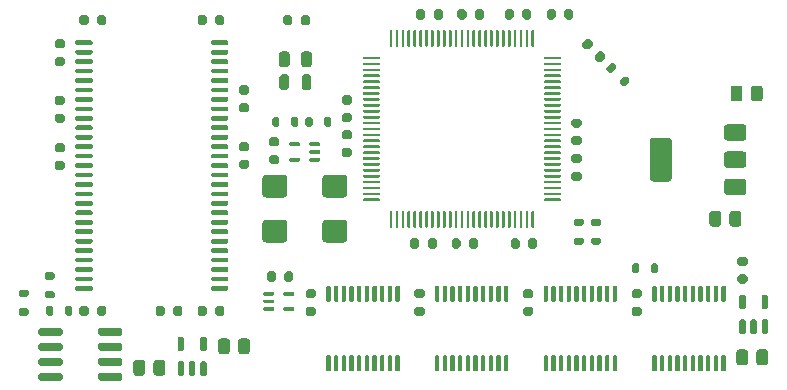
<source format=gtp>
G04 #@! TF.GenerationSoftware,KiCad,Pcbnew,(5.1.10-1-10_14)*
G04 #@! TF.CreationDate,2021-05-31T18:26:27-04:00*
G04 #@! TF.ProjectId,RAM2GS,52414d32-4753-42e6-9b69-6361645f7063,2.0*
G04 #@! TF.SameCoordinates,Original*
G04 #@! TF.FileFunction,Paste,Top*
G04 #@! TF.FilePolarity,Positive*
%FSLAX46Y46*%
G04 Gerber Fmt 4.6, Leading zero omitted, Abs format (unit mm)*
G04 Created by KiCad (PCBNEW (5.1.10-1-10_14)) date 2021-05-31 18:26:27*
%MOMM*%
%LPD*%
G01*
G04 APERTURE LIST*
G04 APERTURE END LIST*
G36*
G01*
X96463379Y-101470433D02*
X96120433Y-101813379D01*
G75*
G02*
X95848197Y-101813379I-136118J136118D01*
G01*
X95575961Y-101541143D01*
G75*
G02*
X95575961Y-101268907I136118J136118D01*
G01*
X95918907Y-100925961D01*
G75*
G02*
X96191143Y-100925961I136118J-136118D01*
G01*
X96463379Y-101198197D01*
G75*
G02*
X96463379Y-101470433I-136118J-136118D01*
G01*
G37*
G36*
G01*
X97524039Y-102531093D02*
X97181093Y-102874039D01*
G75*
G02*
X96908857Y-102874039I-136118J136118D01*
G01*
X96636621Y-102601803D01*
G75*
G02*
X96636621Y-102329567I136118J136118D01*
G01*
X96979567Y-101986621D01*
G75*
G02*
X97251803Y-101986621I136118J-136118D01*
G01*
X97524039Y-102258857D01*
G75*
G02*
X97524039Y-102531093I-136118J-136118D01*
G01*
G37*
G36*
G01*
X99572271Y-104533363D02*
X99183363Y-104922271D01*
G75*
G02*
X98971231Y-104922271I-106066J106066D01*
G01*
X98759099Y-104710139D01*
G75*
G02*
X98759099Y-104498007I106066J106066D01*
G01*
X99148007Y-104109099D01*
G75*
G02*
X99360139Y-104109099I106066J-106066D01*
G01*
X99572271Y-104321231D01*
G75*
G02*
X99572271Y-104533363I-106066J-106066D01*
G01*
G37*
G36*
G01*
X98440901Y-103401993D02*
X98051993Y-103790901D01*
G75*
G02*
X97839861Y-103790901I-106066J106066D01*
G01*
X97627729Y-103578769D01*
G75*
G02*
X97627729Y-103366637I106066J106066D01*
G01*
X98016637Y-102977729D01*
G75*
G02*
X98228769Y-102977729I106066J-106066D01*
G01*
X98440901Y-103189861D01*
G75*
G02*
X98440901Y-103401993I-106066J-106066D01*
G01*
G37*
G36*
G01*
X54588000Y-125892500D02*
X54588000Y-125567500D01*
G75*
G02*
X54750500Y-125405000I162500J0D01*
G01*
X56475500Y-125405000D01*
G75*
G02*
X56638000Y-125567500I0J-162500D01*
G01*
X56638000Y-125892500D01*
G75*
G02*
X56475500Y-126055000I-162500J0D01*
G01*
X54750500Y-126055000D01*
G75*
G02*
X54588000Y-125892500I0J162500D01*
G01*
G37*
G36*
G01*
X54588000Y-127162500D02*
X54588000Y-126837500D01*
G75*
G02*
X54750500Y-126675000I162500J0D01*
G01*
X56475500Y-126675000D01*
G75*
G02*
X56638000Y-126837500I0J-162500D01*
G01*
X56638000Y-127162500D01*
G75*
G02*
X56475500Y-127325000I-162500J0D01*
G01*
X54750500Y-127325000D01*
G75*
G02*
X54588000Y-127162500I0J162500D01*
G01*
G37*
G36*
G01*
X54588000Y-128432500D02*
X54588000Y-128107500D01*
G75*
G02*
X54750500Y-127945000I162500J0D01*
G01*
X56475500Y-127945000D01*
G75*
G02*
X56638000Y-128107500I0J-162500D01*
G01*
X56638000Y-128432500D01*
G75*
G02*
X56475500Y-128595000I-162500J0D01*
G01*
X54750500Y-128595000D01*
G75*
G02*
X54588000Y-128432500I0J162500D01*
G01*
G37*
G36*
G01*
X54588000Y-129702500D02*
X54588000Y-129377500D01*
G75*
G02*
X54750500Y-129215000I162500J0D01*
G01*
X56475500Y-129215000D01*
G75*
G02*
X56638000Y-129377500I0J-162500D01*
G01*
X56638000Y-129702500D01*
G75*
G02*
X56475500Y-129865000I-162500J0D01*
G01*
X54750500Y-129865000D01*
G75*
G02*
X54588000Y-129702500I0J162500D01*
G01*
G37*
G36*
G01*
X49534000Y-129702500D02*
X49534000Y-129377500D01*
G75*
G02*
X49696500Y-129215000I162500J0D01*
G01*
X51421500Y-129215000D01*
G75*
G02*
X51584000Y-129377500I0J-162500D01*
G01*
X51584000Y-129702500D01*
G75*
G02*
X51421500Y-129865000I-162500J0D01*
G01*
X49696500Y-129865000D01*
G75*
G02*
X49534000Y-129702500I0J162500D01*
G01*
G37*
G36*
G01*
X49534000Y-128432500D02*
X49534000Y-128107500D01*
G75*
G02*
X49696500Y-127945000I162500J0D01*
G01*
X51421500Y-127945000D01*
G75*
G02*
X51584000Y-128107500I0J-162500D01*
G01*
X51584000Y-128432500D01*
G75*
G02*
X51421500Y-128595000I-162500J0D01*
G01*
X49696500Y-128595000D01*
G75*
G02*
X49534000Y-128432500I0J162500D01*
G01*
G37*
G36*
G01*
X49534000Y-127162500D02*
X49534000Y-126837500D01*
G75*
G02*
X49696500Y-126675000I162500J0D01*
G01*
X51421500Y-126675000D01*
G75*
G02*
X51584000Y-126837500I0J-162500D01*
G01*
X51584000Y-127162500D01*
G75*
G02*
X51421500Y-127325000I-162500J0D01*
G01*
X49696500Y-127325000D01*
G75*
G02*
X49534000Y-127162500I0J162500D01*
G01*
G37*
G36*
G01*
X49534000Y-125892500D02*
X49534000Y-125567500D01*
G75*
G02*
X49696500Y-125405000I162500J0D01*
G01*
X51421500Y-125405000D01*
G75*
G02*
X51584000Y-125567500I0J-162500D01*
G01*
X51584000Y-125892500D01*
G75*
G02*
X51421500Y-126055000I-162500J0D01*
G01*
X49696500Y-126055000D01*
G75*
G02*
X49534000Y-125892500I0J162500D01*
G01*
G37*
G36*
G01*
X72686900Y-102212800D02*
X72686900Y-103087200D01*
G75*
G02*
X72462200Y-103311900I-224700J0D01*
G01*
X72012800Y-103311900D01*
G75*
G02*
X71788100Y-103087200I0J224700D01*
G01*
X71788100Y-102212800D01*
G75*
G02*
X72012800Y-101988100I224700J0D01*
G01*
X72462200Y-101988100D01*
G75*
G02*
X72686900Y-102212800I0J-224700D01*
G01*
G37*
G36*
G01*
X70811900Y-102212800D02*
X70811900Y-103087200D01*
G75*
G02*
X70587200Y-103311900I-224700J0D01*
G01*
X70137800Y-103311900D01*
G75*
G02*
X69913100Y-103087200I0J224700D01*
G01*
X69913100Y-102212800D01*
G75*
G02*
X70137800Y-101988100I224700J0D01*
G01*
X70587200Y-101988100D01*
G75*
G02*
X70811900Y-102212800I0J-224700D01*
G01*
G37*
G36*
G01*
X69950000Y-105075000D02*
X69950000Y-104125000D01*
G75*
G02*
X70150000Y-103925000I200000J0D01*
G01*
X70550000Y-103925000D01*
G75*
G02*
X70750000Y-104125000I0J-200000D01*
G01*
X70750000Y-105075000D01*
G75*
G02*
X70550000Y-105275000I-200000J0D01*
G01*
X70150000Y-105275000D01*
G75*
G02*
X69950000Y-105075000I0J200000D01*
G01*
G37*
G36*
G01*
X71850000Y-105075000D02*
X71850000Y-104125000D01*
G75*
G02*
X72050000Y-103925000I200000J0D01*
G01*
X72450000Y-103925000D01*
G75*
G02*
X72650000Y-104125000I0J-200000D01*
G01*
X72650000Y-105075000D01*
G75*
G02*
X72450000Y-105275000I-200000J0D01*
G01*
X72050000Y-105275000D01*
G75*
G02*
X71850000Y-105075000I0J200000D01*
G01*
G37*
G36*
G01*
X71550000Y-107675000D02*
X71550000Y-108225000D01*
G75*
G02*
X71400000Y-108375000I-150000J0D01*
G01*
X71100000Y-108375000D01*
G75*
G02*
X70950000Y-108225000I0J150000D01*
G01*
X70950000Y-107675000D01*
G75*
G02*
X71100000Y-107525000I150000J0D01*
G01*
X71400000Y-107525000D01*
G75*
G02*
X71550000Y-107675000I0J-150000D01*
G01*
G37*
G36*
G01*
X69950000Y-107675000D02*
X69950000Y-108225000D01*
G75*
G02*
X69800000Y-108375000I-150000J0D01*
G01*
X69500000Y-108375000D01*
G75*
G02*
X69350000Y-108225000I0J150000D01*
G01*
X69350000Y-107675000D01*
G75*
G02*
X69500000Y-107525000I150000J0D01*
G01*
X69800000Y-107525000D01*
G75*
G02*
X69950000Y-107675000I0J-150000D01*
G01*
G37*
G36*
G01*
X73750000Y-108225000D02*
X73750000Y-107675000D01*
G75*
G02*
X73900000Y-107525000I150000J0D01*
G01*
X74200000Y-107525000D01*
G75*
G02*
X74350000Y-107675000I0J-150000D01*
G01*
X74350000Y-108225000D01*
G75*
G02*
X74200000Y-108375000I-150000J0D01*
G01*
X73900000Y-108375000D01*
G75*
G02*
X73750000Y-108225000I0J150000D01*
G01*
G37*
G36*
G01*
X72150000Y-108225000D02*
X72150000Y-107675000D01*
G75*
G02*
X72300000Y-107525000I150000J0D01*
G01*
X72600000Y-107525000D01*
G75*
G02*
X72750000Y-107675000I0J-150000D01*
G01*
X72750000Y-108225000D01*
G75*
G02*
X72600000Y-108375000I-150000J0D01*
G01*
X72300000Y-108375000D01*
G75*
G02*
X72150000Y-108225000I0J150000D01*
G01*
G37*
G36*
G01*
X95025000Y-117750000D02*
X95575000Y-117750000D01*
G75*
G02*
X95725000Y-117900000I0J-150000D01*
G01*
X95725000Y-118200000D01*
G75*
G02*
X95575000Y-118350000I-150000J0D01*
G01*
X95025000Y-118350000D01*
G75*
G02*
X94875000Y-118200000I0J150000D01*
G01*
X94875000Y-117900000D01*
G75*
G02*
X95025000Y-117750000I150000J0D01*
G01*
G37*
G36*
G01*
X95025000Y-116150000D02*
X95575000Y-116150000D01*
G75*
G02*
X95725000Y-116300000I0J-150000D01*
G01*
X95725000Y-116600000D01*
G75*
G02*
X95575000Y-116750000I-150000J0D01*
G01*
X95025000Y-116750000D01*
G75*
G02*
X94875000Y-116600000I0J150000D01*
G01*
X94875000Y-116300000D01*
G75*
G02*
X95025000Y-116150000I150000J0D01*
G01*
G37*
G36*
G01*
X77035000Y-102607500D02*
X77035000Y-102492500D01*
G75*
G02*
X77092500Y-102435000I57500J0D01*
G01*
X78382500Y-102435000D01*
G75*
G02*
X78440000Y-102492500I0J-57500D01*
G01*
X78440000Y-102607500D01*
G75*
G02*
X78382500Y-102665000I-57500J0D01*
G01*
X77092500Y-102665000D01*
G75*
G02*
X77035000Y-102607500I0J57500D01*
G01*
G37*
G36*
G01*
X77035000Y-103107500D02*
X77035000Y-102992500D01*
G75*
G02*
X77092500Y-102935000I57500J0D01*
G01*
X78382500Y-102935000D01*
G75*
G02*
X78440000Y-102992500I0J-57500D01*
G01*
X78440000Y-103107500D01*
G75*
G02*
X78382500Y-103165000I-57500J0D01*
G01*
X77092500Y-103165000D01*
G75*
G02*
X77035000Y-103107500I0J57500D01*
G01*
G37*
G36*
G01*
X77035000Y-103607500D02*
X77035000Y-103492500D01*
G75*
G02*
X77092500Y-103435000I57500J0D01*
G01*
X78382500Y-103435000D01*
G75*
G02*
X78440000Y-103492500I0J-57500D01*
G01*
X78440000Y-103607500D01*
G75*
G02*
X78382500Y-103665000I-57500J0D01*
G01*
X77092500Y-103665000D01*
G75*
G02*
X77035000Y-103607500I0J57500D01*
G01*
G37*
G36*
G01*
X77035000Y-104107500D02*
X77035000Y-103992500D01*
G75*
G02*
X77092500Y-103935000I57500J0D01*
G01*
X78382500Y-103935000D01*
G75*
G02*
X78440000Y-103992500I0J-57500D01*
G01*
X78440000Y-104107500D01*
G75*
G02*
X78382500Y-104165000I-57500J0D01*
G01*
X77092500Y-104165000D01*
G75*
G02*
X77035000Y-104107500I0J57500D01*
G01*
G37*
G36*
G01*
X77035000Y-104607500D02*
X77035000Y-104492500D01*
G75*
G02*
X77092500Y-104435000I57500J0D01*
G01*
X78382500Y-104435000D01*
G75*
G02*
X78440000Y-104492500I0J-57500D01*
G01*
X78440000Y-104607500D01*
G75*
G02*
X78382500Y-104665000I-57500J0D01*
G01*
X77092500Y-104665000D01*
G75*
G02*
X77035000Y-104607500I0J57500D01*
G01*
G37*
G36*
G01*
X77035000Y-105107500D02*
X77035000Y-104992500D01*
G75*
G02*
X77092500Y-104935000I57500J0D01*
G01*
X78382500Y-104935000D01*
G75*
G02*
X78440000Y-104992500I0J-57500D01*
G01*
X78440000Y-105107500D01*
G75*
G02*
X78382500Y-105165000I-57500J0D01*
G01*
X77092500Y-105165000D01*
G75*
G02*
X77035000Y-105107500I0J57500D01*
G01*
G37*
G36*
G01*
X77035000Y-105607500D02*
X77035000Y-105492500D01*
G75*
G02*
X77092500Y-105435000I57500J0D01*
G01*
X78382500Y-105435000D01*
G75*
G02*
X78440000Y-105492500I0J-57500D01*
G01*
X78440000Y-105607500D01*
G75*
G02*
X78382500Y-105665000I-57500J0D01*
G01*
X77092500Y-105665000D01*
G75*
G02*
X77035000Y-105607500I0J57500D01*
G01*
G37*
G36*
G01*
X77035000Y-106107500D02*
X77035000Y-105992500D01*
G75*
G02*
X77092500Y-105935000I57500J0D01*
G01*
X78382500Y-105935000D01*
G75*
G02*
X78440000Y-105992500I0J-57500D01*
G01*
X78440000Y-106107500D01*
G75*
G02*
X78382500Y-106165000I-57500J0D01*
G01*
X77092500Y-106165000D01*
G75*
G02*
X77035000Y-106107500I0J57500D01*
G01*
G37*
G36*
G01*
X77035000Y-106607500D02*
X77035000Y-106492500D01*
G75*
G02*
X77092500Y-106435000I57500J0D01*
G01*
X78382500Y-106435000D01*
G75*
G02*
X78440000Y-106492500I0J-57500D01*
G01*
X78440000Y-106607500D01*
G75*
G02*
X78382500Y-106665000I-57500J0D01*
G01*
X77092500Y-106665000D01*
G75*
G02*
X77035000Y-106607500I0J57500D01*
G01*
G37*
G36*
G01*
X77035000Y-107107500D02*
X77035000Y-106992500D01*
G75*
G02*
X77092500Y-106935000I57500J0D01*
G01*
X78382500Y-106935000D01*
G75*
G02*
X78440000Y-106992500I0J-57500D01*
G01*
X78440000Y-107107500D01*
G75*
G02*
X78382500Y-107165000I-57500J0D01*
G01*
X77092500Y-107165000D01*
G75*
G02*
X77035000Y-107107500I0J57500D01*
G01*
G37*
G36*
G01*
X77035000Y-107607500D02*
X77035000Y-107492500D01*
G75*
G02*
X77092500Y-107435000I57500J0D01*
G01*
X78382500Y-107435000D01*
G75*
G02*
X78440000Y-107492500I0J-57500D01*
G01*
X78440000Y-107607500D01*
G75*
G02*
X78382500Y-107665000I-57500J0D01*
G01*
X77092500Y-107665000D01*
G75*
G02*
X77035000Y-107607500I0J57500D01*
G01*
G37*
G36*
G01*
X77035000Y-108107500D02*
X77035000Y-107992500D01*
G75*
G02*
X77092500Y-107935000I57500J0D01*
G01*
X78382500Y-107935000D01*
G75*
G02*
X78440000Y-107992500I0J-57500D01*
G01*
X78440000Y-108107500D01*
G75*
G02*
X78382500Y-108165000I-57500J0D01*
G01*
X77092500Y-108165000D01*
G75*
G02*
X77035000Y-108107500I0J57500D01*
G01*
G37*
G36*
G01*
X77035000Y-108607500D02*
X77035000Y-108492500D01*
G75*
G02*
X77092500Y-108435000I57500J0D01*
G01*
X78382500Y-108435000D01*
G75*
G02*
X78440000Y-108492500I0J-57500D01*
G01*
X78440000Y-108607500D01*
G75*
G02*
X78382500Y-108665000I-57500J0D01*
G01*
X77092500Y-108665000D01*
G75*
G02*
X77035000Y-108607500I0J57500D01*
G01*
G37*
G36*
G01*
X77035000Y-109107500D02*
X77035000Y-108992500D01*
G75*
G02*
X77092500Y-108935000I57500J0D01*
G01*
X78382500Y-108935000D01*
G75*
G02*
X78440000Y-108992500I0J-57500D01*
G01*
X78440000Y-109107500D01*
G75*
G02*
X78382500Y-109165000I-57500J0D01*
G01*
X77092500Y-109165000D01*
G75*
G02*
X77035000Y-109107500I0J57500D01*
G01*
G37*
G36*
G01*
X77035000Y-109607500D02*
X77035000Y-109492500D01*
G75*
G02*
X77092500Y-109435000I57500J0D01*
G01*
X78382500Y-109435000D01*
G75*
G02*
X78440000Y-109492500I0J-57500D01*
G01*
X78440000Y-109607500D01*
G75*
G02*
X78382500Y-109665000I-57500J0D01*
G01*
X77092500Y-109665000D01*
G75*
G02*
X77035000Y-109607500I0J57500D01*
G01*
G37*
G36*
G01*
X77035000Y-110107500D02*
X77035000Y-109992500D01*
G75*
G02*
X77092500Y-109935000I57500J0D01*
G01*
X78382500Y-109935000D01*
G75*
G02*
X78440000Y-109992500I0J-57500D01*
G01*
X78440000Y-110107500D01*
G75*
G02*
X78382500Y-110165000I-57500J0D01*
G01*
X77092500Y-110165000D01*
G75*
G02*
X77035000Y-110107500I0J57500D01*
G01*
G37*
G36*
G01*
X77035000Y-110607500D02*
X77035000Y-110492500D01*
G75*
G02*
X77092500Y-110435000I57500J0D01*
G01*
X78382500Y-110435000D01*
G75*
G02*
X78440000Y-110492500I0J-57500D01*
G01*
X78440000Y-110607500D01*
G75*
G02*
X78382500Y-110665000I-57500J0D01*
G01*
X77092500Y-110665000D01*
G75*
G02*
X77035000Y-110607500I0J57500D01*
G01*
G37*
G36*
G01*
X77035000Y-111107500D02*
X77035000Y-110992500D01*
G75*
G02*
X77092500Y-110935000I57500J0D01*
G01*
X78382500Y-110935000D01*
G75*
G02*
X78440000Y-110992500I0J-57500D01*
G01*
X78440000Y-111107500D01*
G75*
G02*
X78382500Y-111165000I-57500J0D01*
G01*
X77092500Y-111165000D01*
G75*
G02*
X77035000Y-111107500I0J57500D01*
G01*
G37*
G36*
G01*
X77035000Y-111607500D02*
X77035000Y-111492500D01*
G75*
G02*
X77092500Y-111435000I57500J0D01*
G01*
X78382500Y-111435000D01*
G75*
G02*
X78440000Y-111492500I0J-57500D01*
G01*
X78440000Y-111607500D01*
G75*
G02*
X78382500Y-111665000I-57500J0D01*
G01*
X77092500Y-111665000D01*
G75*
G02*
X77035000Y-111607500I0J57500D01*
G01*
G37*
G36*
G01*
X77035000Y-112107500D02*
X77035000Y-111992500D01*
G75*
G02*
X77092500Y-111935000I57500J0D01*
G01*
X78382500Y-111935000D01*
G75*
G02*
X78440000Y-111992500I0J-57500D01*
G01*
X78440000Y-112107500D01*
G75*
G02*
X78382500Y-112165000I-57500J0D01*
G01*
X77092500Y-112165000D01*
G75*
G02*
X77035000Y-112107500I0J57500D01*
G01*
G37*
G36*
G01*
X77035000Y-112607500D02*
X77035000Y-112492500D01*
G75*
G02*
X77092500Y-112435000I57500J0D01*
G01*
X78382500Y-112435000D01*
G75*
G02*
X78440000Y-112492500I0J-57500D01*
G01*
X78440000Y-112607500D01*
G75*
G02*
X78382500Y-112665000I-57500J0D01*
G01*
X77092500Y-112665000D01*
G75*
G02*
X77035000Y-112607500I0J57500D01*
G01*
G37*
G36*
G01*
X77035000Y-113107500D02*
X77035000Y-112992500D01*
G75*
G02*
X77092500Y-112935000I57500J0D01*
G01*
X78382500Y-112935000D01*
G75*
G02*
X78440000Y-112992500I0J-57500D01*
G01*
X78440000Y-113107500D01*
G75*
G02*
X78382500Y-113165000I-57500J0D01*
G01*
X77092500Y-113165000D01*
G75*
G02*
X77035000Y-113107500I0J57500D01*
G01*
G37*
G36*
G01*
X77035000Y-113607500D02*
X77035000Y-113492500D01*
G75*
G02*
X77092500Y-113435000I57500J0D01*
G01*
X78382500Y-113435000D01*
G75*
G02*
X78440000Y-113492500I0J-57500D01*
G01*
X78440000Y-113607500D01*
G75*
G02*
X78382500Y-113665000I-57500J0D01*
G01*
X77092500Y-113665000D01*
G75*
G02*
X77035000Y-113607500I0J57500D01*
G01*
G37*
G36*
G01*
X77035000Y-114107500D02*
X77035000Y-113992500D01*
G75*
G02*
X77092500Y-113935000I57500J0D01*
G01*
X78382500Y-113935000D01*
G75*
G02*
X78440000Y-113992500I0J-57500D01*
G01*
X78440000Y-114107500D01*
G75*
G02*
X78382500Y-114165000I-57500J0D01*
G01*
X77092500Y-114165000D01*
G75*
G02*
X77035000Y-114107500I0J57500D01*
G01*
G37*
G36*
G01*
X77035000Y-114607500D02*
X77035000Y-114492500D01*
G75*
G02*
X77092500Y-114435000I57500J0D01*
G01*
X78382500Y-114435000D01*
G75*
G02*
X78440000Y-114492500I0J-57500D01*
G01*
X78440000Y-114607500D01*
G75*
G02*
X78382500Y-114665000I-57500J0D01*
G01*
X77092500Y-114665000D01*
G75*
G02*
X77035000Y-114607500I0J57500D01*
G01*
G37*
G36*
G01*
X79285000Y-116857500D02*
X79285000Y-115567500D01*
G75*
G02*
X79342500Y-115510000I57500J0D01*
G01*
X79457500Y-115510000D01*
G75*
G02*
X79515000Y-115567500I0J-57500D01*
G01*
X79515000Y-116857500D01*
G75*
G02*
X79457500Y-116915000I-57500J0D01*
G01*
X79342500Y-116915000D01*
G75*
G02*
X79285000Y-116857500I0J57500D01*
G01*
G37*
G36*
G01*
X79785000Y-116857500D02*
X79785000Y-115567500D01*
G75*
G02*
X79842500Y-115510000I57500J0D01*
G01*
X79957500Y-115510000D01*
G75*
G02*
X80015000Y-115567500I0J-57500D01*
G01*
X80015000Y-116857500D01*
G75*
G02*
X79957500Y-116915000I-57500J0D01*
G01*
X79842500Y-116915000D01*
G75*
G02*
X79785000Y-116857500I0J57500D01*
G01*
G37*
G36*
G01*
X80285000Y-116857500D02*
X80285000Y-115567500D01*
G75*
G02*
X80342500Y-115510000I57500J0D01*
G01*
X80457500Y-115510000D01*
G75*
G02*
X80515000Y-115567500I0J-57500D01*
G01*
X80515000Y-116857500D01*
G75*
G02*
X80457500Y-116915000I-57500J0D01*
G01*
X80342500Y-116915000D01*
G75*
G02*
X80285000Y-116857500I0J57500D01*
G01*
G37*
G36*
G01*
X80785000Y-116857500D02*
X80785000Y-115567500D01*
G75*
G02*
X80842500Y-115510000I57500J0D01*
G01*
X80957500Y-115510000D01*
G75*
G02*
X81015000Y-115567500I0J-57500D01*
G01*
X81015000Y-116857500D01*
G75*
G02*
X80957500Y-116915000I-57500J0D01*
G01*
X80842500Y-116915000D01*
G75*
G02*
X80785000Y-116857500I0J57500D01*
G01*
G37*
G36*
G01*
X81285000Y-116857500D02*
X81285000Y-115567500D01*
G75*
G02*
X81342500Y-115510000I57500J0D01*
G01*
X81457500Y-115510000D01*
G75*
G02*
X81515000Y-115567500I0J-57500D01*
G01*
X81515000Y-116857500D01*
G75*
G02*
X81457500Y-116915000I-57500J0D01*
G01*
X81342500Y-116915000D01*
G75*
G02*
X81285000Y-116857500I0J57500D01*
G01*
G37*
G36*
G01*
X81785000Y-116857500D02*
X81785000Y-115567500D01*
G75*
G02*
X81842500Y-115510000I57500J0D01*
G01*
X81957500Y-115510000D01*
G75*
G02*
X82015000Y-115567500I0J-57500D01*
G01*
X82015000Y-116857500D01*
G75*
G02*
X81957500Y-116915000I-57500J0D01*
G01*
X81842500Y-116915000D01*
G75*
G02*
X81785000Y-116857500I0J57500D01*
G01*
G37*
G36*
G01*
X82285000Y-116857500D02*
X82285000Y-115567500D01*
G75*
G02*
X82342500Y-115510000I57500J0D01*
G01*
X82457500Y-115510000D01*
G75*
G02*
X82515000Y-115567500I0J-57500D01*
G01*
X82515000Y-116857500D01*
G75*
G02*
X82457500Y-116915000I-57500J0D01*
G01*
X82342500Y-116915000D01*
G75*
G02*
X82285000Y-116857500I0J57500D01*
G01*
G37*
G36*
G01*
X82785000Y-116857500D02*
X82785000Y-115567500D01*
G75*
G02*
X82842500Y-115510000I57500J0D01*
G01*
X82957500Y-115510000D01*
G75*
G02*
X83015000Y-115567500I0J-57500D01*
G01*
X83015000Y-116857500D01*
G75*
G02*
X82957500Y-116915000I-57500J0D01*
G01*
X82842500Y-116915000D01*
G75*
G02*
X82785000Y-116857500I0J57500D01*
G01*
G37*
G36*
G01*
X83285000Y-116857500D02*
X83285000Y-115567500D01*
G75*
G02*
X83342500Y-115510000I57500J0D01*
G01*
X83457500Y-115510000D01*
G75*
G02*
X83515000Y-115567500I0J-57500D01*
G01*
X83515000Y-116857500D01*
G75*
G02*
X83457500Y-116915000I-57500J0D01*
G01*
X83342500Y-116915000D01*
G75*
G02*
X83285000Y-116857500I0J57500D01*
G01*
G37*
G36*
G01*
X83785000Y-116857500D02*
X83785000Y-115567500D01*
G75*
G02*
X83842500Y-115510000I57500J0D01*
G01*
X83957500Y-115510000D01*
G75*
G02*
X84015000Y-115567500I0J-57500D01*
G01*
X84015000Y-116857500D01*
G75*
G02*
X83957500Y-116915000I-57500J0D01*
G01*
X83842500Y-116915000D01*
G75*
G02*
X83785000Y-116857500I0J57500D01*
G01*
G37*
G36*
G01*
X84285000Y-116857500D02*
X84285000Y-115567500D01*
G75*
G02*
X84342500Y-115510000I57500J0D01*
G01*
X84457500Y-115510000D01*
G75*
G02*
X84515000Y-115567500I0J-57500D01*
G01*
X84515000Y-116857500D01*
G75*
G02*
X84457500Y-116915000I-57500J0D01*
G01*
X84342500Y-116915000D01*
G75*
G02*
X84285000Y-116857500I0J57500D01*
G01*
G37*
G36*
G01*
X84785000Y-116857500D02*
X84785000Y-115567500D01*
G75*
G02*
X84842500Y-115510000I57500J0D01*
G01*
X84957500Y-115510000D01*
G75*
G02*
X85015000Y-115567500I0J-57500D01*
G01*
X85015000Y-116857500D01*
G75*
G02*
X84957500Y-116915000I-57500J0D01*
G01*
X84842500Y-116915000D01*
G75*
G02*
X84785000Y-116857500I0J57500D01*
G01*
G37*
G36*
G01*
X85285000Y-116857500D02*
X85285000Y-115567500D01*
G75*
G02*
X85342500Y-115510000I57500J0D01*
G01*
X85457500Y-115510000D01*
G75*
G02*
X85515000Y-115567500I0J-57500D01*
G01*
X85515000Y-116857500D01*
G75*
G02*
X85457500Y-116915000I-57500J0D01*
G01*
X85342500Y-116915000D01*
G75*
G02*
X85285000Y-116857500I0J57500D01*
G01*
G37*
G36*
G01*
X85785000Y-116857500D02*
X85785000Y-115567500D01*
G75*
G02*
X85842500Y-115510000I57500J0D01*
G01*
X85957500Y-115510000D01*
G75*
G02*
X86015000Y-115567500I0J-57500D01*
G01*
X86015000Y-116857500D01*
G75*
G02*
X85957500Y-116915000I-57500J0D01*
G01*
X85842500Y-116915000D01*
G75*
G02*
X85785000Y-116857500I0J57500D01*
G01*
G37*
G36*
G01*
X86285000Y-116857500D02*
X86285000Y-115567500D01*
G75*
G02*
X86342500Y-115510000I57500J0D01*
G01*
X86457500Y-115510000D01*
G75*
G02*
X86515000Y-115567500I0J-57500D01*
G01*
X86515000Y-116857500D01*
G75*
G02*
X86457500Y-116915000I-57500J0D01*
G01*
X86342500Y-116915000D01*
G75*
G02*
X86285000Y-116857500I0J57500D01*
G01*
G37*
G36*
G01*
X86785000Y-116857500D02*
X86785000Y-115567500D01*
G75*
G02*
X86842500Y-115510000I57500J0D01*
G01*
X86957500Y-115510000D01*
G75*
G02*
X87015000Y-115567500I0J-57500D01*
G01*
X87015000Y-116857500D01*
G75*
G02*
X86957500Y-116915000I-57500J0D01*
G01*
X86842500Y-116915000D01*
G75*
G02*
X86785000Y-116857500I0J57500D01*
G01*
G37*
G36*
G01*
X87285000Y-116857500D02*
X87285000Y-115567500D01*
G75*
G02*
X87342500Y-115510000I57500J0D01*
G01*
X87457500Y-115510000D01*
G75*
G02*
X87515000Y-115567500I0J-57500D01*
G01*
X87515000Y-116857500D01*
G75*
G02*
X87457500Y-116915000I-57500J0D01*
G01*
X87342500Y-116915000D01*
G75*
G02*
X87285000Y-116857500I0J57500D01*
G01*
G37*
G36*
G01*
X87785000Y-116857500D02*
X87785000Y-115567500D01*
G75*
G02*
X87842500Y-115510000I57500J0D01*
G01*
X87957500Y-115510000D01*
G75*
G02*
X88015000Y-115567500I0J-57500D01*
G01*
X88015000Y-116857500D01*
G75*
G02*
X87957500Y-116915000I-57500J0D01*
G01*
X87842500Y-116915000D01*
G75*
G02*
X87785000Y-116857500I0J57500D01*
G01*
G37*
G36*
G01*
X88285000Y-116857500D02*
X88285000Y-115567500D01*
G75*
G02*
X88342500Y-115510000I57500J0D01*
G01*
X88457500Y-115510000D01*
G75*
G02*
X88515000Y-115567500I0J-57500D01*
G01*
X88515000Y-116857500D01*
G75*
G02*
X88457500Y-116915000I-57500J0D01*
G01*
X88342500Y-116915000D01*
G75*
G02*
X88285000Y-116857500I0J57500D01*
G01*
G37*
G36*
G01*
X88785000Y-116857500D02*
X88785000Y-115567500D01*
G75*
G02*
X88842500Y-115510000I57500J0D01*
G01*
X88957500Y-115510000D01*
G75*
G02*
X89015000Y-115567500I0J-57500D01*
G01*
X89015000Y-116857500D01*
G75*
G02*
X88957500Y-116915000I-57500J0D01*
G01*
X88842500Y-116915000D01*
G75*
G02*
X88785000Y-116857500I0J57500D01*
G01*
G37*
G36*
G01*
X89285000Y-116857500D02*
X89285000Y-115567500D01*
G75*
G02*
X89342500Y-115510000I57500J0D01*
G01*
X89457500Y-115510000D01*
G75*
G02*
X89515000Y-115567500I0J-57500D01*
G01*
X89515000Y-116857500D01*
G75*
G02*
X89457500Y-116915000I-57500J0D01*
G01*
X89342500Y-116915000D01*
G75*
G02*
X89285000Y-116857500I0J57500D01*
G01*
G37*
G36*
G01*
X89785000Y-116857500D02*
X89785000Y-115567500D01*
G75*
G02*
X89842500Y-115510000I57500J0D01*
G01*
X89957500Y-115510000D01*
G75*
G02*
X90015000Y-115567500I0J-57500D01*
G01*
X90015000Y-116857500D01*
G75*
G02*
X89957500Y-116915000I-57500J0D01*
G01*
X89842500Y-116915000D01*
G75*
G02*
X89785000Y-116857500I0J57500D01*
G01*
G37*
G36*
G01*
X90285000Y-116857500D02*
X90285000Y-115567500D01*
G75*
G02*
X90342500Y-115510000I57500J0D01*
G01*
X90457500Y-115510000D01*
G75*
G02*
X90515000Y-115567500I0J-57500D01*
G01*
X90515000Y-116857500D01*
G75*
G02*
X90457500Y-116915000I-57500J0D01*
G01*
X90342500Y-116915000D01*
G75*
G02*
X90285000Y-116857500I0J57500D01*
G01*
G37*
G36*
G01*
X90785000Y-116857500D02*
X90785000Y-115567500D01*
G75*
G02*
X90842500Y-115510000I57500J0D01*
G01*
X90957500Y-115510000D01*
G75*
G02*
X91015000Y-115567500I0J-57500D01*
G01*
X91015000Y-116857500D01*
G75*
G02*
X90957500Y-116915000I-57500J0D01*
G01*
X90842500Y-116915000D01*
G75*
G02*
X90785000Y-116857500I0J57500D01*
G01*
G37*
G36*
G01*
X91285000Y-116857500D02*
X91285000Y-115567500D01*
G75*
G02*
X91342500Y-115510000I57500J0D01*
G01*
X91457500Y-115510000D01*
G75*
G02*
X91515000Y-115567500I0J-57500D01*
G01*
X91515000Y-116857500D01*
G75*
G02*
X91457500Y-116915000I-57500J0D01*
G01*
X91342500Y-116915000D01*
G75*
G02*
X91285000Y-116857500I0J57500D01*
G01*
G37*
G36*
G01*
X92360000Y-114607500D02*
X92360000Y-114492500D01*
G75*
G02*
X92417500Y-114435000I57500J0D01*
G01*
X93707500Y-114435000D01*
G75*
G02*
X93765000Y-114492500I0J-57500D01*
G01*
X93765000Y-114607500D01*
G75*
G02*
X93707500Y-114665000I-57500J0D01*
G01*
X92417500Y-114665000D01*
G75*
G02*
X92360000Y-114607500I0J57500D01*
G01*
G37*
G36*
G01*
X92360000Y-114107500D02*
X92360000Y-113992500D01*
G75*
G02*
X92417500Y-113935000I57500J0D01*
G01*
X93707500Y-113935000D01*
G75*
G02*
X93765000Y-113992500I0J-57500D01*
G01*
X93765000Y-114107500D01*
G75*
G02*
X93707500Y-114165000I-57500J0D01*
G01*
X92417500Y-114165000D01*
G75*
G02*
X92360000Y-114107500I0J57500D01*
G01*
G37*
G36*
G01*
X92360000Y-113607500D02*
X92360000Y-113492500D01*
G75*
G02*
X92417500Y-113435000I57500J0D01*
G01*
X93707500Y-113435000D01*
G75*
G02*
X93765000Y-113492500I0J-57500D01*
G01*
X93765000Y-113607500D01*
G75*
G02*
X93707500Y-113665000I-57500J0D01*
G01*
X92417500Y-113665000D01*
G75*
G02*
X92360000Y-113607500I0J57500D01*
G01*
G37*
G36*
G01*
X92360000Y-113107500D02*
X92360000Y-112992500D01*
G75*
G02*
X92417500Y-112935000I57500J0D01*
G01*
X93707500Y-112935000D01*
G75*
G02*
X93765000Y-112992500I0J-57500D01*
G01*
X93765000Y-113107500D01*
G75*
G02*
X93707500Y-113165000I-57500J0D01*
G01*
X92417500Y-113165000D01*
G75*
G02*
X92360000Y-113107500I0J57500D01*
G01*
G37*
G36*
G01*
X92360000Y-112607500D02*
X92360000Y-112492500D01*
G75*
G02*
X92417500Y-112435000I57500J0D01*
G01*
X93707500Y-112435000D01*
G75*
G02*
X93765000Y-112492500I0J-57500D01*
G01*
X93765000Y-112607500D01*
G75*
G02*
X93707500Y-112665000I-57500J0D01*
G01*
X92417500Y-112665000D01*
G75*
G02*
X92360000Y-112607500I0J57500D01*
G01*
G37*
G36*
G01*
X92360000Y-112107500D02*
X92360000Y-111992500D01*
G75*
G02*
X92417500Y-111935000I57500J0D01*
G01*
X93707500Y-111935000D01*
G75*
G02*
X93765000Y-111992500I0J-57500D01*
G01*
X93765000Y-112107500D01*
G75*
G02*
X93707500Y-112165000I-57500J0D01*
G01*
X92417500Y-112165000D01*
G75*
G02*
X92360000Y-112107500I0J57500D01*
G01*
G37*
G36*
G01*
X92360000Y-111607500D02*
X92360000Y-111492500D01*
G75*
G02*
X92417500Y-111435000I57500J0D01*
G01*
X93707500Y-111435000D01*
G75*
G02*
X93765000Y-111492500I0J-57500D01*
G01*
X93765000Y-111607500D01*
G75*
G02*
X93707500Y-111665000I-57500J0D01*
G01*
X92417500Y-111665000D01*
G75*
G02*
X92360000Y-111607500I0J57500D01*
G01*
G37*
G36*
G01*
X92360000Y-111107500D02*
X92360000Y-110992500D01*
G75*
G02*
X92417500Y-110935000I57500J0D01*
G01*
X93707500Y-110935000D01*
G75*
G02*
X93765000Y-110992500I0J-57500D01*
G01*
X93765000Y-111107500D01*
G75*
G02*
X93707500Y-111165000I-57500J0D01*
G01*
X92417500Y-111165000D01*
G75*
G02*
X92360000Y-111107500I0J57500D01*
G01*
G37*
G36*
G01*
X92360000Y-110607500D02*
X92360000Y-110492500D01*
G75*
G02*
X92417500Y-110435000I57500J0D01*
G01*
X93707500Y-110435000D01*
G75*
G02*
X93765000Y-110492500I0J-57500D01*
G01*
X93765000Y-110607500D01*
G75*
G02*
X93707500Y-110665000I-57500J0D01*
G01*
X92417500Y-110665000D01*
G75*
G02*
X92360000Y-110607500I0J57500D01*
G01*
G37*
G36*
G01*
X92360000Y-110107500D02*
X92360000Y-109992500D01*
G75*
G02*
X92417500Y-109935000I57500J0D01*
G01*
X93707500Y-109935000D01*
G75*
G02*
X93765000Y-109992500I0J-57500D01*
G01*
X93765000Y-110107500D01*
G75*
G02*
X93707500Y-110165000I-57500J0D01*
G01*
X92417500Y-110165000D01*
G75*
G02*
X92360000Y-110107500I0J57500D01*
G01*
G37*
G36*
G01*
X92360000Y-109607500D02*
X92360000Y-109492500D01*
G75*
G02*
X92417500Y-109435000I57500J0D01*
G01*
X93707500Y-109435000D01*
G75*
G02*
X93765000Y-109492500I0J-57500D01*
G01*
X93765000Y-109607500D01*
G75*
G02*
X93707500Y-109665000I-57500J0D01*
G01*
X92417500Y-109665000D01*
G75*
G02*
X92360000Y-109607500I0J57500D01*
G01*
G37*
G36*
G01*
X92360000Y-109107500D02*
X92360000Y-108992500D01*
G75*
G02*
X92417500Y-108935000I57500J0D01*
G01*
X93707500Y-108935000D01*
G75*
G02*
X93765000Y-108992500I0J-57500D01*
G01*
X93765000Y-109107500D01*
G75*
G02*
X93707500Y-109165000I-57500J0D01*
G01*
X92417500Y-109165000D01*
G75*
G02*
X92360000Y-109107500I0J57500D01*
G01*
G37*
G36*
G01*
X92360000Y-108607500D02*
X92360000Y-108492500D01*
G75*
G02*
X92417500Y-108435000I57500J0D01*
G01*
X93707500Y-108435000D01*
G75*
G02*
X93765000Y-108492500I0J-57500D01*
G01*
X93765000Y-108607500D01*
G75*
G02*
X93707500Y-108665000I-57500J0D01*
G01*
X92417500Y-108665000D01*
G75*
G02*
X92360000Y-108607500I0J57500D01*
G01*
G37*
G36*
G01*
X92360000Y-108107500D02*
X92360000Y-107992500D01*
G75*
G02*
X92417500Y-107935000I57500J0D01*
G01*
X93707500Y-107935000D01*
G75*
G02*
X93765000Y-107992500I0J-57500D01*
G01*
X93765000Y-108107500D01*
G75*
G02*
X93707500Y-108165000I-57500J0D01*
G01*
X92417500Y-108165000D01*
G75*
G02*
X92360000Y-108107500I0J57500D01*
G01*
G37*
G36*
G01*
X92360000Y-107607500D02*
X92360000Y-107492500D01*
G75*
G02*
X92417500Y-107435000I57500J0D01*
G01*
X93707500Y-107435000D01*
G75*
G02*
X93765000Y-107492500I0J-57500D01*
G01*
X93765000Y-107607500D01*
G75*
G02*
X93707500Y-107665000I-57500J0D01*
G01*
X92417500Y-107665000D01*
G75*
G02*
X92360000Y-107607500I0J57500D01*
G01*
G37*
G36*
G01*
X92360000Y-107107500D02*
X92360000Y-106992500D01*
G75*
G02*
X92417500Y-106935000I57500J0D01*
G01*
X93707500Y-106935000D01*
G75*
G02*
X93765000Y-106992500I0J-57500D01*
G01*
X93765000Y-107107500D01*
G75*
G02*
X93707500Y-107165000I-57500J0D01*
G01*
X92417500Y-107165000D01*
G75*
G02*
X92360000Y-107107500I0J57500D01*
G01*
G37*
G36*
G01*
X92360000Y-106607500D02*
X92360000Y-106492500D01*
G75*
G02*
X92417500Y-106435000I57500J0D01*
G01*
X93707500Y-106435000D01*
G75*
G02*
X93765000Y-106492500I0J-57500D01*
G01*
X93765000Y-106607500D01*
G75*
G02*
X93707500Y-106665000I-57500J0D01*
G01*
X92417500Y-106665000D01*
G75*
G02*
X92360000Y-106607500I0J57500D01*
G01*
G37*
G36*
G01*
X92360000Y-106107500D02*
X92360000Y-105992500D01*
G75*
G02*
X92417500Y-105935000I57500J0D01*
G01*
X93707500Y-105935000D01*
G75*
G02*
X93765000Y-105992500I0J-57500D01*
G01*
X93765000Y-106107500D01*
G75*
G02*
X93707500Y-106165000I-57500J0D01*
G01*
X92417500Y-106165000D01*
G75*
G02*
X92360000Y-106107500I0J57500D01*
G01*
G37*
G36*
G01*
X92360000Y-105607500D02*
X92360000Y-105492500D01*
G75*
G02*
X92417500Y-105435000I57500J0D01*
G01*
X93707500Y-105435000D01*
G75*
G02*
X93765000Y-105492500I0J-57500D01*
G01*
X93765000Y-105607500D01*
G75*
G02*
X93707500Y-105665000I-57500J0D01*
G01*
X92417500Y-105665000D01*
G75*
G02*
X92360000Y-105607500I0J57500D01*
G01*
G37*
G36*
G01*
X92360000Y-105107500D02*
X92360000Y-104992500D01*
G75*
G02*
X92417500Y-104935000I57500J0D01*
G01*
X93707500Y-104935000D01*
G75*
G02*
X93765000Y-104992500I0J-57500D01*
G01*
X93765000Y-105107500D01*
G75*
G02*
X93707500Y-105165000I-57500J0D01*
G01*
X92417500Y-105165000D01*
G75*
G02*
X92360000Y-105107500I0J57500D01*
G01*
G37*
G36*
G01*
X92360000Y-104607500D02*
X92360000Y-104492500D01*
G75*
G02*
X92417500Y-104435000I57500J0D01*
G01*
X93707500Y-104435000D01*
G75*
G02*
X93765000Y-104492500I0J-57500D01*
G01*
X93765000Y-104607500D01*
G75*
G02*
X93707500Y-104665000I-57500J0D01*
G01*
X92417500Y-104665000D01*
G75*
G02*
X92360000Y-104607500I0J57500D01*
G01*
G37*
G36*
G01*
X92360000Y-104107500D02*
X92360000Y-103992500D01*
G75*
G02*
X92417500Y-103935000I57500J0D01*
G01*
X93707500Y-103935000D01*
G75*
G02*
X93765000Y-103992500I0J-57500D01*
G01*
X93765000Y-104107500D01*
G75*
G02*
X93707500Y-104165000I-57500J0D01*
G01*
X92417500Y-104165000D01*
G75*
G02*
X92360000Y-104107500I0J57500D01*
G01*
G37*
G36*
G01*
X92360000Y-103607500D02*
X92360000Y-103492500D01*
G75*
G02*
X92417500Y-103435000I57500J0D01*
G01*
X93707500Y-103435000D01*
G75*
G02*
X93765000Y-103492500I0J-57500D01*
G01*
X93765000Y-103607500D01*
G75*
G02*
X93707500Y-103665000I-57500J0D01*
G01*
X92417500Y-103665000D01*
G75*
G02*
X92360000Y-103607500I0J57500D01*
G01*
G37*
G36*
G01*
X92360000Y-103107500D02*
X92360000Y-102992500D01*
G75*
G02*
X92417500Y-102935000I57500J0D01*
G01*
X93707500Y-102935000D01*
G75*
G02*
X93765000Y-102992500I0J-57500D01*
G01*
X93765000Y-103107500D01*
G75*
G02*
X93707500Y-103165000I-57500J0D01*
G01*
X92417500Y-103165000D01*
G75*
G02*
X92360000Y-103107500I0J57500D01*
G01*
G37*
G36*
G01*
X92360000Y-102607500D02*
X92360000Y-102492500D01*
G75*
G02*
X92417500Y-102435000I57500J0D01*
G01*
X93707500Y-102435000D01*
G75*
G02*
X93765000Y-102492500I0J-57500D01*
G01*
X93765000Y-102607500D01*
G75*
G02*
X93707500Y-102665000I-57500J0D01*
G01*
X92417500Y-102665000D01*
G75*
G02*
X92360000Y-102607500I0J57500D01*
G01*
G37*
G36*
G01*
X91285000Y-101532500D02*
X91285000Y-100242500D01*
G75*
G02*
X91342500Y-100185000I57500J0D01*
G01*
X91457500Y-100185000D01*
G75*
G02*
X91515000Y-100242500I0J-57500D01*
G01*
X91515000Y-101532500D01*
G75*
G02*
X91457500Y-101590000I-57500J0D01*
G01*
X91342500Y-101590000D01*
G75*
G02*
X91285000Y-101532500I0J57500D01*
G01*
G37*
G36*
G01*
X90785000Y-101532500D02*
X90785000Y-100242500D01*
G75*
G02*
X90842500Y-100185000I57500J0D01*
G01*
X90957500Y-100185000D01*
G75*
G02*
X91015000Y-100242500I0J-57500D01*
G01*
X91015000Y-101532500D01*
G75*
G02*
X90957500Y-101590000I-57500J0D01*
G01*
X90842500Y-101590000D01*
G75*
G02*
X90785000Y-101532500I0J57500D01*
G01*
G37*
G36*
G01*
X90285000Y-101532500D02*
X90285000Y-100242500D01*
G75*
G02*
X90342500Y-100185000I57500J0D01*
G01*
X90457500Y-100185000D01*
G75*
G02*
X90515000Y-100242500I0J-57500D01*
G01*
X90515000Y-101532500D01*
G75*
G02*
X90457500Y-101590000I-57500J0D01*
G01*
X90342500Y-101590000D01*
G75*
G02*
X90285000Y-101532500I0J57500D01*
G01*
G37*
G36*
G01*
X89785000Y-101532500D02*
X89785000Y-100242500D01*
G75*
G02*
X89842500Y-100185000I57500J0D01*
G01*
X89957500Y-100185000D01*
G75*
G02*
X90015000Y-100242500I0J-57500D01*
G01*
X90015000Y-101532500D01*
G75*
G02*
X89957500Y-101590000I-57500J0D01*
G01*
X89842500Y-101590000D01*
G75*
G02*
X89785000Y-101532500I0J57500D01*
G01*
G37*
G36*
G01*
X89285000Y-101532500D02*
X89285000Y-100242500D01*
G75*
G02*
X89342500Y-100185000I57500J0D01*
G01*
X89457500Y-100185000D01*
G75*
G02*
X89515000Y-100242500I0J-57500D01*
G01*
X89515000Y-101532500D01*
G75*
G02*
X89457500Y-101590000I-57500J0D01*
G01*
X89342500Y-101590000D01*
G75*
G02*
X89285000Y-101532500I0J57500D01*
G01*
G37*
G36*
G01*
X88785000Y-101532500D02*
X88785000Y-100242500D01*
G75*
G02*
X88842500Y-100185000I57500J0D01*
G01*
X88957500Y-100185000D01*
G75*
G02*
X89015000Y-100242500I0J-57500D01*
G01*
X89015000Y-101532500D01*
G75*
G02*
X88957500Y-101590000I-57500J0D01*
G01*
X88842500Y-101590000D01*
G75*
G02*
X88785000Y-101532500I0J57500D01*
G01*
G37*
G36*
G01*
X88285000Y-101532500D02*
X88285000Y-100242500D01*
G75*
G02*
X88342500Y-100185000I57500J0D01*
G01*
X88457500Y-100185000D01*
G75*
G02*
X88515000Y-100242500I0J-57500D01*
G01*
X88515000Y-101532500D01*
G75*
G02*
X88457500Y-101590000I-57500J0D01*
G01*
X88342500Y-101590000D01*
G75*
G02*
X88285000Y-101532500I0J57500D01*
G01*
G37*
G36*
G01*
X87785000Y-101532500D02*
X87785000Y-100242500D01*
G75*
G02*
X87842500Y-100185000I57500J0D01*
G01*
X87957500Y-100185000D01*
G75*
G02*
X88015000Y-100242500I0J-57500D01*
G01*
X88015000Y-101532500D01*
G75*
G02*
X87957500Y-101590000I-57500J0D01*
G01*
X87842500Y-101590000D01*
G75*
G02*
X87785000Y-101532500I0J57500D01*
G01*
G37*
G36*
G01*
X87285000Y-101532500D02*
X87285000Y-100242500D01*
G75*
G02*
X87342500Y-100185000I57500J0D01*
G01*
X87457500Y-100185000D01*
G75*
G02*
X87515000Y-100242500I0J-57500D01*
G01*
X87515000Y-101532500D01*
G75*
G02*
X87457500Y-101590000I-57500J0D01*
G01*
X87342500Y-101590000D01*
G75*
G02*
X87285000Y-101532500I0J57500D01*
G01*
G37*
G36*
G01*
X86785000Y-101532500D02*
X86785000Y-100242500D01*
G75*
G02*
X86842500Y-100185000I57500J0D01*
G01*
X86957500Y-100185000D01*
G75*
G02*
X87015000Y-100242500I0J-57500D01*
G01*
X87015000Y-101532500D01*
G75*
G02*
X86957500Y-101590000I-57500J0D01*
G01*
X86842500Y-101590000D01*
G75*
G02*
X86785000Y-101532500I0J57500D01*
G01*
G37*
G36*
G01*
X86285000Y-101532500D02*
X86285000Y-100242500D01*
G75*
G02*
X86342500Y-100185000I57500J0D01*
G01*
X86457500Y-100185000D01*
G75*
G02*
X86515000Y-100242500I0J-57500D01*
G01*
X86515000Y-101532500D01*
G75*
G02*
X86457500Y-101590000I-57500J0D01*
G01*
X86342500Y-101590000D01*
G75*
G02*
X86285000Y-101532500I0J57500D01*
G01*
G37*
G36*
G01*
X85785000Y-101532500D02*
X85785000Y-100242500D01*
G75*
G02*
X85842500Y-100185000I57500J0D01*
G01*
X85957500Y-100185000D01*
G75*
G02*
X86015000Y-100242500I0J-57500D01*
G01*
X86015000Y-101532500D01*
G75*
G02*
X85957500Y-101590000I-57500J0D01*
G01*
X85842500Y-101590000D01*
G75*
G02*
X85785000Y-101532500I0J57500D01*
G01*
G37*
G36*
G01*
X85285000Y-101532500D02*
X85285000Y-100242500D01*
G75*
G02*
X85342500Y-100185000I57500J0D01*
G01*
X85457500Y-100185000D01*
G75*
G02*
X85515000Y-100242500I0J-57500D01*
G01*
X85515000Y-101532500D01*
G75*
G02*
X85457500Y-101590000I-57500J0D01*
G01*
X85342500Y-101590000D01*
G75*
G02*
X85285000Y-101532500I0J57500D01*
G01*
G37*
G36*
G01*
X84785000Y-101532500D02*
X84785000Y-100242500D01*
G75*
G02*
X84842500Y-100185000I57500J0D01*
G01*
X84957500Y-100185000D01*
G75*
G02*
X85015000Y-100242500I0J-57500D01*
G01*
X85015000Y-101532500D01*
G75*
G02*
X84957500Y-101590000I-57500J0D01*
G01*
X84842500Y-101590000D01*
G75*
G02*
X84785000Y-101532500I0J57500D01*
G01*
G37*
G36*
G01*
X84285000Y-101532500D02*
X84285000Y-100242500D01*
G75*
G02*
X84342500Y-100185000I57500J0D01*
G01*
X84457500Y-100185000D01*
G75*
G02*
X84515000Y-100242500I0J-57500D01*
G01*
X84515000Y-101532500D01*
G75*
G02*
X84457500Y-101590000I-57500J0D01*
G01*
X84342500Y-101590000D01*
G75*
G02*
X84285000Y-101532500I0J57500D01*
G01*
G37*
G36*
G01*
X83785000Y-101532500D02*
X83785000Y-100242500D01*
G75*
G02*
X83842500Y-100185000I57500J0D01*
G01*
X83957500Y-100185000D01*
G75*
G02*
X84015000Y-100242500I0J-57500D01*
G01*
X84015000Y-101532500D01*
G75*
G02*
X83957500Y-101590000I-57500J0D01*
G01*
X83842500Y-101590000D01*
G75*
G02*
X83785000Y-101532500I0J57500D01*
G01*
G37*
G36*
G01*
X83285000Y-101532500D02*
X83285000Y-100242500D01*
G75*
G02*
X83342500Y-100185000I57500J0D01*
G01*
X83457500Y-100185000D01*
G75*
G02*
X83515000Y-100242500I0J-57500D01*
G01*
X83515000Y-101532500D01*
G75*
G02*
X83457500Y-101590000I-57500J0D01*
G01*
X83342500Y-101590000D01*
G75*
G02*
X83285000Y-101532500I0J57500D01*
G01*
G37*
G36*
G01*
X82785000Y-101532500D02*
X82785000Y-100242500D01*
G75*
G02*
X82842500Y-100185000I57500J0D01*
G01*
X82957500Y-100185000D01*
G75*
G02*
X83015000Y-100242500I0J-57500D01*
G01*
X83015000Y-101532500D01*
G75*
G02*
X82957500Y-101590000I-57500J0D01*
G01*
X82842500Y-101590000D01*
G75*
G02*
X82785000Y-101532500I0J57500D01*
G01*
G37*
G36*
G01*
X82285000Y-101532500D02*
X82285000Y-100242500D01*
G75*
G02*
X82342500Y-100185000I57500J0D01*
G01*
X82457500Y-100185000D01*
G75*
G02*
X82515000Y-100242500I0J-57500D01*
G01*
X82515000Y-101532500D01*
G75*
G02*
X82457500Y-101590000I-57500J0D01*
G01*
X82342500Y-101590000D01*
G75*
G02*
X82285000Y-101532500I0J57500D01*
G01*
G37*
G36*
G01*
X81785000Y-101532500D02*
X81785000Y-100242500D01*
G75*
G02*
X81842500Y-100185000I57500J0D01*
G01*
X81957500Y-100185000D01*
G75*
G02*
X82015000Y-100242500I0J-57500D01*
G01*
X82015000Y-101532500D01*
G75*
G02*
X81957500Y-101590000I-57500J0D01*
G01*
X81842500Y-101590000D01*
G75*
G02*
X81785000Y-101532500I0J57500D01*
G01*
G37*
G36*
G01*
X81285000Y-101532500D02*
X81285000Y-100242500D01*
G75*
G02*
X81342500Y-100185000I57500J0D01*
G01*
X81457500Y-100185000D01*
G75*
G02*
X81515000Y-100242500I0J-57500D01*
G01*
X81515000Y-101532500D01*
G75*
G02*
X81457500Y-101590000I-57500J0D01*
G01*
X81342500Y-101590000D01*
G75*
G02*
X81285000Y-101532500I0J57500D01*
G01*
G37*
G36*
G01*
X80785000Y-101532500D02*
X80785000Y-100242500D01*
G75*
G02*
X80842500Y-100185000I57500J0D01*
G01*
X80957500Y-100185000D01*
G75*
G02*
X81015000Y-100242500I0J-57500D01*
G01*
X81015000Y-101532500D01*
G75*
G02*
X80957500Y-101590000I-57500J0D01*
G01*
X80842500Y-101590000D01*
G75*
G02*
X80785000Y-101532500I0J57500D01*
G01*
G37*
G36*
G01*
X80285000Y-101532500D02*
X80285000Y-100242500D01*
G75*
G02*
X80342500Y-100185000I57500J0D01*
G01*
X80457500Y-100185000D01*
G75*
G02*
X80515000Y-100242500I0J-57500D01*
G01*
X80515000Y-101532500D01*
G75*
G02*
X80457500Y-101590000I-57500J0D01*
G01*
X80342500Y-101590000D01*
G75*
G02*
X80285000Y-101532500I0J57500D01*
G01*
G37*
G36*
G01*
X79785000Y-101532500D02*
X79785000Y-100242500D01*
G75*
G02*
X79842500Y-100185000I57500J0D01*
G01*
X79957500Y-100185000D01*
G75*
G02*
X80015000Y-100242500I0J-57500D01*
G01*
X80015000Y-101532500D01*
G75*
G02*
X79957500Y-101590000I-57500J0D01*
G01*
X79842500Y-101590000D01*
G75*
G02*
X79785000Y-101532500I0J57500D01*
G01*
G37*
G36*
G01*
X79285000Y-101532500D02*
X79285000Y-100242500D01*
G75*
G02*
X79342500Y-100185000I57500J0D01*
G01*
X79457500Y-100185000D01*
G75*
G02*
X79515000Y-100242500I0J-57500D01*
G01*
X79515000Y-101532500D01*
G75*
G02*
X79457500Y-101590000I-57500J0D01*
G01*
X79342500Y-101590000D01*
G75*
G02*
X79285000Y-101532500I0J57500D01*
G01*
G37*
G36*
G01*
X109487000Y-113030000D02*
X109487000Y-113870000D01*
G75*
G02*
X109207000Y-114150000I-280000J0D01*
G01*
X107867000Y-114150000D01*
G75*
G02*
X107587000Y-113870000I0J280000D01*
G01*
X107587000Y-113030000D01*
G75*
G02*
X107867000Y-112750000I280000J0D01*
G01*
X109207000Y-112750000D01*
G75*
G02*
X109487000Y-113030000I0J-280000D01*
G01*
G37*
G36*
G01*
X109487000Y-108430000D02*
X109487000Y-109270000D01*
G75*
G02*
X109207000Y-109550000I-280000J0D01*
G01*
X107867000Y-109550000D01*
G75*
G02*
X107587000Y-109270000I0J280000D01*
G01*
X107587000Y-108430000D01*
G75*
G02*
X107867000Y-108150000I280000J0D01*
G01*
X109207000Y-108150000D01*
G75*
G02*
X109487000Y-108430000I0J-280000D01*
G01*
G37*
G36*
G01*
X109487000Y-110730000D02*
X109487000Y-111570000D01*
G75*
G02*
X109207000Y-111850000I-280000J0D01*
G01*
X107867000Y-111850000D01*
G75*
G02*
X107587000Y-111570000I0J280000D01*
G01*
X107587000Y-110730000D01*
G75*
G02*
X107867000Y-110450000I280000J0D01*
G01*
X109207000Y-110450000D01*
G75*
G02*
X109487000Y-110730000I0J-280000D01*
G01*
G37*
G36*
G01*
X103187000Y-109585000D02*
X103187000Y-112715000D01*
G75*
G02*
X102902000Y-113000000I-285000J0D01*
G01*
X101572000Y-113000000D01*
G75*
G02*
X101287000Y-112715000I0J285000D01*
G01*
X101287000Y-109585000D01*
G75*
G02*
X101572000Y-109300000I285000J0D01*
G01*
X102902000Y-109300000D01*
G75*
G02*
X103187000Y-109585000I0J-285000D01*
G01*
G37*
G36*
G01*
X72535000Y-99107500D02*
X72535000Y-99592500D01*
G75*
G02*
X72342500Y-99785000I-192500J0D01*
G01*
X71957500Y-99785000D01*
G75*
G02*
X71765000Y-99592500I0J192500D01*
G01*
X71765000Y-99107500D01*
G75*
G02*
X71957500Y-98915000I192500J0D01*
G01*
X72342500Y-98915000D01*
G75*
G02*
X72535000Y-99107500I0J-192500D01*
G01*
G37*
G36*
G01*
X71035000Y-99107500D02*
X71035000Y-99592500D01*
G75*
G02*
X70842500Y-99785000I-192500J0D01*
G01*
X70457500Y-99785000D01*
G75*
G02*
X70265000Y-99592500I0J192500D01*
G01*
X70265000Y-99107500D01*
G75*
G02*
X70457500Y-98915000I192500J0D01*
G01*
X70842500Y-98915000D01*
G75*
G02*
X71035000Y-99107500I0J-192500D01*
G01*
G37*
G36*
G01*
X92592500Y-123185000D02*
X92407500Y-123185000D01*
G75*
G02*
X92315000Y-123092500I0J92500D01*
G01*
X92315000Y-121907500D01*
G75*
G02*
X92407500Y-121815000I92500J0D01*
G01*
X92592500Y-121815000D01*
G75*
G02*
X92685000Y-121907500I0J-92500D01*
G01*
X92685000Y-123092500D01*
G75*
G02*
X92592500Y-123185000I-92500J0D01*
G01*
G37*
G36*
G01*
X93242500Y-123185000D02*
X93057500Y-123185000D01*
G75*
G02*
X92965000Y-123092500I0J92500D01*
G01*
X92965000Y-121907500D01*
G75*
G02*
X93057500Y-121815000I92500J0D01*
G01*
X93242500Y-121815000D01*
G75*
G02*
X93335000Y-121907500I0J-92500D01*
G01*
X93335000Y-123092500D01*
G75*
G02*
X93242500Y-123185000I-92500J0D01*
G01*
G37*
G36*
G01*
X93892500Y-123185000D02*
X93707500Y-123185000D01*
G75*
G02*
X93615000Y-123092500I0J92500D01*
G01*
X93615000Y-121907500D01*
G75*
G02*
X93707500Y-121815000I92500J0D01*
G01*
X93892500Y-121815000D01*
G75*
G02*
X93985000Y-121907500I0J-92500D01*
G01*
X93985000Y-123092500D01*
G75*
G02*
X93892500Y-123185000I-92500J0D01*
G01*
G37*
G36*
G01*
X94542500Y-123185000D02*
X94357500Y-123185000D01*
G75*
G02*
X94265000Y-123092500I0J92500D01*
G01*
X94265000Y-121907500D01*
G75*
G02*
X94357500Y-121815000I92500J0D01*
G01*
X94542500Y-121815000D01*
G75*
G02*
X94635000Y-121907500I0J-92500D01*
G01*
X94635000Y-123092500D01*
G75*
G02*
X94542500Y-123185000I-92500J0D01*
G01*
G37*
G36*
G01*
X95192500Y-123185000D02*
X95007500Y-123185000D01*
G75*
G02*
X94915000Y-123092500I0J92500D01*
G01*
X94915000Y-121907500D01*
G75*
G02*
X95007500Y-121815000I92500J0D01*
G01*
X95192500Y-121815000D01*
G75*
G02*
X95285000Y-121907500I0J-92500D01*
G01*
X95285000Y-123092500D01*
G75*
G02*
X95192500Y-123185000I-92500J0D01*
G01*
G37*
G36*
G01*
X95842500Y-123185000D02*
X95657500Y-123185000D01*
G75*
G02*
X95565000Y-123092500I0J92500D01*
G01*
X95565000Y-121907500D01*
G75*
G02*
X95657500Y-121815000I92500J0D01*
G01*
X95842500Y-121815000D01*
G75*
G02*
X95935000Y-121907500I0J-92500D01*
G01*
X95935000Y-123092500D01*
G75*
G02*
X95842500Y-123185000I-92500J0D01*
G01*
G37*
G36*
G01*
X96492500Y-123185000D02*
X96307500Y-123185000D01*
G75*
G02*
X96215000Y-123092500I0J92500D01*
G01*
X96215000Y-121907500D01*
G75*
G02*
X96307500Y-121815000I92500J0D01*
G01*
X96492500Y-121815000D01*
G75*
G02*
X96585000Y-121907500I0J-92500D01*
G01*
X96585000Y-123092500D01*
G75*
G02*
X96492500Y-123185000I-92500J0D01*
G01*
G37*
G36*
G01*
X97142500Y-123185000D02*
X96957500Y-123185000D01*
G75*
G02*
X96865000Y-123092500I0J92500D01*
G01*
X96865000Y-121907500D01*
G75*
G02*
X96957500Y-121815000I92500J0D01*
G01*
X97142500Y-121815000D01*
G75*
G02*
X97235000Y-121907500I0J-92500D01*
G01*
X97235000Y-123092500D01*
G75*
G02*
X97142500Y-123185000I-92500J0D01*
G01*
G37*
G36*
G01*
X97792500Y-123185000D02*
X97607500Y-123185000D01*
G75*
G02*
X97515000Y-123092500I0J92500D01*
G01*
X97515000Y-121907500D01*
G75*
G02*
X97607500Y-121815000I92500J0D01*
G01*
X97792500Y-121815000D01*
G75*
G02*
X97885000Y-121907500I0J-92500D01*
G01*
X97885000Y-123092500D01*
G75*
G02*
X97792500Y-123185000I-92500J0D01*
G01*
G37*
G36*
G01*
X98442500Y-123185000D02*
X98257500Y-123185000D01*
G75*
G02*
X98165000Y-123092500I0J92500D01*
G01*
X98165000Y-121907500D01*
G75*
G02*
X98257500Y-121815000I92500J0D01*
G01*
X98442500Y-121815000D01*
G75*
G02*
X98535000Y-121907500I0J-92500D01*
G01*
X98535000Y-123092500D01*
G75*
G02*
X98442500Y-123185000I-92500J0D01*
G01*
G37*
G36*
G01*
X98442500Y-129085000D02*
X98257500Y-129085000D01*
G75*
G02*
X98165000Y-128992500I0J92500D01*
G01*
X98165000Y-127807500D01*
G75*
G02*
X98257500Y-127715000I92500J0D01*
G01*
X98442500Y-127715000D01*
G75*
G02*
X98535000Y-127807500I0J-92500D01*
G01*
X98535000Y-128992500D01*
G75*
G02*
X98442500Y-129085000I-92500J0D01*
G01*
G37*
G36*
G01*
X97792500Y-129085000D02*
X97607500Y-129085000D01*
G75*
G02*
X97515000Y-128992500I0J92500D01*
G01*
X97515000Y-127807500D01*
G75*
G02*
X97607500Y-127715000I92500J0D01*
G01*
X97792500Y-127715000D01*
G75*
G02*
X97885000Y-127807500I0J-92500D01*
G01*
X97885000Y-128992500D01*
G75*
G02*
X97792500Y-129085000I-92500J0D01*
G01*
G37*
G36*
G01*
X97142500Y-129085000D02*
X96957500Y-129085000D01*
G75*
G02*
X96865000Y-128992500I0J92500D01*
G01*
X96865000Y-127807500D01*
G75*
G02*
X96957500Y-127715000I92500J0D01*
G01*
X97142500Y-127715000D01*
G75*
G02*
X97235000Y-127807500I0J-92500D01*
G01*
X97235000Y-128992500D01*
G75*
G02*
X97142500Y-129085000I-92500J0D01*
G01*
G37*
G36*
G01*
X96492500Y-129085000D02*
X96307500Y-129085000D01*
G75*
G02*
X96215000Y-128992500I0J92500D01*
G01*
X96215000Y-127807500D01*
G75*
G02*
X96307500Y-127715000I92500J0D01*
G01*
X96492500Y-127715000D01*
G75*
G02*
X96585000Y-127807500I0J-92500D01*
G01*
X96585000Y-128992500D01*
G75*
G02*
X96492500Y-129085000I-92500J0D01*
G01*
G37*
G36*
G01*
X95842500Y-129085000D02*
X95657500Y-129085000D01*
G75*
G02*
X95565000Y-128992500I0J92500D01*
G01*
X95565000Y-127807500D01*
G75*
G02*
X95657500Y-127715000I92500J0D01*
G01*
X95842500Y-127715000D01*
G75*
G02*
X95935000Y-127807500I0J-92500D01*
G01*
X95935000Y-128992500D01*
G75*
G02*
X95842500Y-129085000I-92500J0D01*
G01*
G37*
G36*
G01*
X95192500Y-129085000D02*
X95007500Y-129085000D01*
G75*
G02*
X94915000Y-128992500I0J92500D01*
G01*
X94915000Y-127807500D01*
G75*
G02*
X95007500Y-127715000I92500J0D01*
G01*
X95192500Y-127715000D01*
G75*
G02*
X95285000Y-127807500I0J-92500D01*
G01*
X95285000Y-128992500D01*
G75*
G02*
X95192500Y-129085000I-92500J0D01*
G01*
G37*
G36*
G01*
X94542500Y-129085000D02*
X94357500Y-129085000D01*
G75*
G02*
X94265000Y-128992500I0J92500D01*
G01*
X94265000Y-127807500D01*
G75*
G02*
X94357500Y-127715000I92500J0D01*
G01*
X94542500Y-127715000D01*
G75*
G02*
X94635000Y-127807500I0J-92500D01*
G01*
X94635000Y-128992500D01*
G75*
G02*
X94542500Y-129085000I-92500J0D01*
G01*
G37*
G36*
G01*
X93892500Y-129085000D02*
X93707500Y-129085000D01*
G75*
G02*
X93615000Y-128992500I0J92500D01*
G01*
X93615000Y-127807500D01*
G75*
G02*
X93707500Y-127715000I92500J0D01*
G01*
X93892500Y-127715000D01*
G75*
G02*
X93985000Y-127807500I0J-92500D01*
G01*
X93985000Y-128992500D01*
G75*
G02*
X93892500Y-129085000I-92500J0D01*
G01*
G37*
G36*
G01*
X93242500Y-129085000D02*
X93057500Y-129085000D01*
G75*
G02*
X92965000Y-128992500I0J92500D01*
G01*
X92965000Y-127807500D01*
G75*
G02*
X93057500Y-127715000I92500J0D01*
G01*
X93242500Y-127715000D01*
G75*
G02*
X93335000Y-127807500I0J-92500D01*
G01*
X93335000Y-128992500D01*
G75*
G02*
X93242500Y-129085000I-92500J0D01*
G01*
G37*
G36*
G01*
X92592500Y-129085000D02*
X92407500Y-129085000D01*
G75*
G02*
X92315000Y-128992500I0J92500D01*
G01*
X92315000Y-127807500D01*
G75*
G02*
X92407500Y-127715000I92500J0D01*
G01*
X92592500Y-127715000D01*
G75*
G02*
X92685000Y-127807500I0J-92500D01*
G01*
X92685000Y-128992500D01*
G75*
G02*
X92592500Y-129085000I-92500J0D01*
G01*
G37*
G36*
G01*
X89785000Y-98607500D02*
X89785000Y-99092500D01*
G75*
G02*
X89592500Y-99285000I-192500J0D01*
G01*
X89207500Y-99285000D01*
G75*
G02*
X89015000Y-99092500I0J192500D01*
G01*
X89015000Y-98607500D01*
G75*
G02*
X89207500Y-98415000I192500J0D01*
G01*
X89592500Y-98415000D01*
G75*
G02*
X89785000Y-98607500I0J-192500D01*
G01*
G37*
G36*
G01*
X91285000Y-98607500D02*
X91285000Y-99092500D01*
G75*
G02*
X91092500Y-99285000I-192500J0D01*
G01*
X90707500Y-99285000D01*
G75*
G02*
X90515000Y-99092500I0J192500D01*
G01*
X90515000Y-98607500D01*
G75*
G02*
X90707500Y-98415000I192500J0D01*
G01*
X91092500Y-98415000D01*
G75*
G02*
X91285000Y-98607500I0J-192500D01*
G01*
G37*
G36*
G01*
X86015000Y-118492500D02*
X86015000Y-118007500D01*
G75*
G02*
X86207500Y-117815000I192500J0D01*
G01*
X86592500Y-117815000D01*
G75*
G02*
X86785000Y-118007500I0J-192500D01*
G01*
X86785000Y-118492500D01*
G75*
G02*
X86592500Y-118685000I-192500J0D01*
G01*
X86207500Y-118685000D01*
G75*
G02*
X86015000Y-118492500I0J192500D01*
G01*
G37*
G36*
G01*
X84515000Y-118492500D02*
X84515000Y-118007500D01*
G75*
G02*
X84707500Y-117815000I192500J0D01*
G01*
X85092500Y-117815000D01*
G75*
G02*
X85285000Y-118007500I0J-192500D01*
G01*
X85285000Y-118492500D01*
G75*
G02*
X85092500Y-118685000I-192500J0D01*
G01*
X84707500Y-118685000D01*
G75*
G02*
X84515000Y-118492500I0J192500D01*
G01*
G37*
G36*
G01*
X81015000Y-118492500D02*
X81015000Y-118007500D01*
G75*
G02*
X81207500Y-117815000I192500J0D01*
G01*
X81592500Y-117815000D01*
G75*
G02*
X81785000Y-118007500I0J-192500D01*
G01*
X81785000Y-118492500D01*
G75*
G02*
X81592500Y-118685000I-192500J0D01*
G01*
X81207500Y-118685000D01*
G75*
G02*
X81015000Y-118492500I0J192500D01*
G01*
G37*
G36*
G01*
X82515000Y-118492500D02*
X82515000Y-118007500D01*
G75*
G02*
X82707500Y-117815000I192500J0D01*
G01*
X83092500Y-117815000D01*
G75*
G02*
X83285000Y-118007500I0J-192500D01*
G01*
X83285000Y-118492500D01*
G75*
G02*
X83092500Y-118685000I-192500J0D01*
G01*
X82707500Y-118685000D01*
G75*
G02*
X82515000Y-118492500I0J192500D01*
G01*
G37*
G36*
G01*
X74192500Y-123185000D02*
X74007500Y-123185000D01*
G75*
G02*
X73915000Y-123092500I0J92500D01*
G01*
X73915000Y-121907500D01*
G75*
G02*
X74007500Y-121815000I92500J0D01*
G01*
X74192500Y-121815000D01*
G75*
G02*
X74285000Y-121907500I0J-92500D01*
G01*
X74285000Y-123092500D01*
G75*
G02*
X74192500Y-123185000I-92500J0D01*
G01*
G37*
G36*
G01*
X74842500Y-123185000D02*
X74657500Y-123185000D01*
G75*
G02*
X74565000Y-123092500I0J92500D01*
G01*
X74565000Y-121907500D01*
G75*
G02*
X74657500Y-121815000I92500J0D01*
G01*
X74842500Y-121815000D01*
G75*
G02*
X74935000Y-121907500I0J-92500D01*
G01*
X74935000Y-123092500D01*
G75*
G02*
X74842500Y-123185000I-92500J0D01*
G01*
G37*
G36*
G01*
X75492500Y-123185000D02*
X75307500Y-123185000D01*
G75*
G02*
X75215000Y-123092500I0J92500D01*
G01*
X75215000Y-121907500D01*
G75*
G02*
X75307500Y-121815000I92500J0D01*
G01*
X75492500Y-121815000D01*
G75*
G02*
X75585000Y-121907500I0J-92500D01*
G01*
X75585000Y-123092500D01*
G75*
G02*
X75492500Y-123185000I-92500J0D01*
G01*
G37*
G36*
G01*
X76142500Y-123185000D02*
X75957500Y-123185000D01*
G75*
G02*
X75865000Y-123092500I0J92500D01*
G01*
X75865000Y-121907500D01*
G75*
G02*
X75957500Y-121815000I92500J0D01*
G01*
X76142500Y-121815000D01*
G75*
G02*
X76235000Y-121907500I0J-92500D01*
G01*
X76235000Y-123092500D01*
G75*
G02*
X76142500Y-123185000I-92500J0D01*
G01*
G37*
G36*
G01*
X76792500Y-123185000D02*
X76607500Y-123185000D01*
G75*
G02*
X76515000Y-123092500I0J92500D01*
G01*
X76515000Y-121907500D01*
G75*
G02*
X76607500Y-121815000I92500J0D01*
G01*
X76792500Y-121815000D01*
G75*
G02*
X76885000Y-121907500I0J-92500D01*
G01*
X76885000Y-123092500D01*
G75*
G02*
X76792500Y-123185000I-92500J0D01*
G01*
G37*
G36*
G01*
X77442500Y-123185000D02*
X77257500Y-123185000D01*
G75*
G02*
X77165000Y-123092500I0J92500D01*
G01*
X77165000Y-121907500D01*
G75*
G02*
X77257500Y-121815000I92500J0D01*
G01*
X77442500Y-121815000D01*
G75*
G02*
X77535000Y-121907500I0J-92500D01*
G01*
X77535000Y-123092500D01*
G75*
G02*
X77442500Y-123185000I-92500J0D01*
G01*
G37*
G36*
G01*
X78092500Y-123185000D02*
X77907500Y-123185000D01*
G75*
G02*
X77815000Y-123092500I0J92500D01*
G01*
X77815000Y-121907500D01*
G75*
G02*
X77907500Y-121815000I92500J0D01*
G01*
X78092500Y-121815000D01*
G75*
G02*
X78185000Y-121907500I0J-92500D01*
G01*
X78185000Y-123092500D01*
G75*
G02*
X78092500Y-123185000I-92500J0D01*
G01*
G37*
G36*
G01*
X78742500Y-123185000D02*
X78557500Y-123185000D01*
G75*
G02*
X78465000Y-123092500I0J92500D01*
G01*
X78465000Y-121907500D01*
G75*
G02*
X78557500Y-121815000I92500J0D01*
G01*
X78742500Y-121815000D01*
G75*
G02*
X78835000Y-121907500I0J-92500D01*
G01*
X78835000Y-123092500D01*
G75*
G02*
X78742500Y-123185000I-92500J0D01*
G01*
G37*
G36*
G01*
X79392500Y-123185000D02*
X79207500Y-123185000D01*
G75*
G02*
X79115000Y-123092500I0J92500D01*
G01*
X79115000Y-121907500D01*
G75*
G02*
X79207500Y-121815000I92500J0D01*
G01*
X79392500Y-121815000D01*
G75*
G02*
X79485000Y-121907500I0J-92500D01*
G01*
X79485000Y-123092500D01*
G75*
G02*
X79392500Y-123185000I-92500J0D01*
G01*
G37*
G36*
G01*
X80042500Y-123185000D02*
X79857500Y-123185000D01*
G75*
G02*
X79765000Y-123092500I0J92500D01*
G01*
X79765000Y-121907500D01*
G75*
G02*
X79857500Y-121815000I92500J0D01*
G01*
X80042500Y-121815000D01*
G75*
G02*
X80135000Y-121907500I0J-92500D01*
G01*
X80135000Y-123092500D01*
G75*
G02*
X80042500Y-123185000I-92500J0D01*
G01*
G37*
G36*
G01*
X80042500Y-129085000D02*
X79857500Y-129085000D01*
G75*
G02*
X79765000Y-128992500I0J92500D01*
G01*
X79765000Y-127807500D01*
G75*
G02*
X79857500Y-127715000I92500J0D01*
G01*
X80042500Y-127715000D01*
G75*
G02*
X80135000Y-127807500I0J-92500D01*
G01*
X80135000Y-128992500D01*
G75*
G02*
X80042500Y-129085000I-92500J0D01*
G01*
G37*
G36*
G01*
X79392500Y-129085000D02*
X79207500Y-129085000D01*
G75*
G02*
X79115000Y-128992500I0J92500D01*
G01*
X79115000Y-127807500D01*
G75*
G02*
X79207500Y-127715000I92500J0D01*
G01*
X79392500Y-127715000D01*
G75*
G02*
X79485000Y-127807500I0J-92500D01*
G01*
X79485000Y-128992500D01*
G75*
G02*
X79392500Y-129085000I-92500J0D01*
G01*
G37*
G36*
G01*
X78742500Y-129085000D02*
X78557500Y-129085000D01*
G75*
G02*
X78465000Y-128992500I0J92500D01*
G01*
X78465000Y-127807500D01*
G75*
G02*
X78557500Y-127715000I92500J0D01*
G01*
X78742500Y-127715000D01*
G75*
G02*
X78835000Y-127807500I0J-92500D01*
G01*
X78835000Y-128992500D01*
G75*
G02*
X78742500Y-129085000I-92500J0D01*
G01*
G37*
G36*
G01*
X78092500Y-129085000D02*
X77907500Y-129085000D01*
G75*
G02*
X77815000Y-128992500I0J92500D01*
G01*
X77815000Y-127807500D01*
G75*
G02*
X77907500Y-127715000I92500J0D01*
G01*
X78092500Y-127715000D01*
G75*
G02*
X78185000Y-127807500I0J-92500D01*
G01*
X78185000Y-128992500D01*
G75*
G02*
X78092500Y-129085000I-92500J0D01*
G01*
G37*
G36*
G01*
X77442500Y-129085000D02*
X77257500Y-129085000D01*
G75*
G02*
X77165000Y-128992500I0J92500D01*
G01*
X77165000Y-127807500D01*
G75*
G02*
X77257500Y-127715000I92500J0D01*
G01*
X77442500Y-127715000D01*
G75*
G02*
X77535000Y-127807500I0J-92500D01*
G01*
X77535000Y-128992500D01*
G75*
G02*
X77442500Y-129085000I-92500J0D01*
G01*
G37*
G36*
G01*
X76792500Y-129085000D02*
X76607500Y-129085000D01*
G75*
G02*
X76515000Y-128992500I0J92500D01*
G01*
X76515000Y-127807500D01*
G75*
G02*
X76607500Y-127715000I92500J0D01*
G01*
X76792500Y-127715000D01*
G75*
G02*
X76885000Y-127807500I0J-92500D01*
G01*
X76885000Y-128992500D01*
G75*
G02*
X76792500Y-129085000I-92500J0D01*
G01*
G37*
G36*
G01*
X76142500Y-129085000D02*
X75957500Y-129085000D01*
G75*
G02*
X75865000Y-128992500I0J92500D01*
G01*
X75865000Y-127807500D01*
G75*
G02*
X75957500Y-127715000I92500J0D01*
G01*
X76142500Y-127715000D01*
G75*
G02*
X76235000Y-127807500I0J-92500D01*
G01*
X76235000Y-128992500D01*
G75*
G02*
X76142500Y-129085000I-92500J0D01*
G01*
G37*
G36*
G01*
X75492500Y-129085000D02*
X75307500Y-129085000D01*
G75*
G02*
X75215000Y-128992500I0J92500D01*
G01*
X75215000Y-127807500D01*
G75*
G02*
X75307500Y-127715000I92500J0D01*
G01*
X75492500Y-127715000D01*
G75*
G02*
X75585000Y-127807500I0J-92500D01*
G01*
X75585000Y-128992500D01*
G75*
G02*
X75492500Y-129085000I-92500J0D01*
G01*
G37*
G36*
G01*
X74842500Y-129085000D02*
X74657500Y-129085000D01*
G75*
G02*
X74565000Y-128992500I0J92500D01*
G01*
X74565000Y-127807500D01*
G75*
G02*
X74657500Y-127715000I92500J0D01*
G01*
X74842500Y-127715000D01*
G75*
G02*
X74935000Y-127807500I0J-92500D01*
G01*
X74935000Y-128992500D01*
G75*
G02*
X74842500Y-129085000I-92500J0D01*
G01*
G37*
G36*
G01*
X74192500Y-129085000D02*
X74007500Y-129085000D01*
G75*
G02*
X73915000Y-128992500I0J92500D01*
G01*
X73915000Y-127807500D01*
G75*
G02*
X74007500Y-127715000I92500J0D01*
G01*
X74192500Y-127715000D01*
G75*
G02*
X74285000Y-127807500I0J-92500D01*
G01*
X74285000Y-128992500D01*
G75*
G02*
X74192500Y-129085000I-92500J0D01*
G01*
G37*
G36*
G01*
X71710000Y-111070000D02*
X71710000Y-111230000D01*
G75*
G02*
X71630000Y-111310000I-80000J0D01*
G01*
X70870000Y-111310000D01*
G75*
G02*
X70790000Y-111230000I0J80000D01*
G01*
X70790000Y-111070000D01*
G75*
G02*
X70870000Y-110990000I80000J0D01*
G01*
X71630000Y-110990000D01*
G75*
G02*
X71710000Y-111070000I0J-80000D01*
G01*
G37*
G36*
G01*
X71710000Y-109770000D02*
X71710000Y-109930000D01*
G75*
G02*
X71630000Y-110010000I-80000J0D01*
G01*
X70870000Y-110010000D01*
G75*
G02*
X70790000Y-109930000I0J80000D01*
G01*
X70790000Y-109770000D01*
G75*
G02*
X70870000Y-109690000I80000J0D01*
G01*
X71630000Y-109690000D01*
G75*
G02*
X71710000Y-109770000I0J-80000D01*
G01*
G37*
G36*
G01*
X73410000Y-110420000D02*
X73410000Y-110580000D01*
G75*
G02*
X73330000Y-110660000I-80000J0D01*
G01*
X72570000Y-110660000D01*
G75*
G02*
X72490000Y-110580000I0J80000D01*
G01*
X72490000Y-110420000D01*
G75*
G02*
X72570000Y-110340000I80000J0D01*
G01*
X73330000Y-110340000D01*
G75*
G02*
X73410000Y-110420000I0J-80000D01*
G01*
G37*
G36*
G01*
X73410000Y-111070000D02*
X73410000Y-111230000D01*
G75*
G02*
X73330000Y-111310000I-80000J0D01*
G01*
X72570000Y-111310000D01*
G75*
G02*
X72490000Y-111230000I0J80000D01*
G01*
X72490000Y-111070000D01*
G75*
G02*
X72570000Y-110990000I80000J0D01*
G01*
X73330000Y-110990000D01*
G75*
G02*
X73410000Y-111070000I0J-80000D01*
G01*
G37*
G36*
G01*
X73410000Y-109770000D02*
X73410000Y-109930000D01*
G75*
G02*
X73330000Y-110010000I-80000J0D01*
G01*
X72570000Y-110010000D01*
G75*
G02*
X72490000Y-109930000I0J80000D01*
G01*
X72490000Y-109770000D01*
G75*
G02*
X72570000Y-109690000I80000J0D01*
G01*
X73330000Y-109690000D01*
G75*
G02*
X73410000Y-109770000I0J-80000D01*
G01*
G37*
G36*
G01*
X70290000Y-122580000D02*
X70290000Y-122420000D01*
G75*
G02*
X70370000Y-122340000I80000J0D01*
G01*
X71130000Y-122340000D01*
G75*
G02*
X71210000Y-122420000I0J-80000D01*
G01*
X71210000Y-122580000D01*
G75*
G02*
X71130000Y-122660000I-80000J0D01*
G01*
X70370000Y-122660000D01*
G75*
G02*
X70290000Y-122580000I0J80000D01*
G01*
G37*
G36*
G01*
X70290000Y-123880000D02*
X70290000Y-123720000D01*
G75*
G02*
X70370000Y-123640000I80000J0D01*
G01*
X71130000Y-123640000D01*
G75*
G02*
X71210000Y-123720000I0J-80000D01*
G01*
X71210000Y-123880000D01*
G75*
G02*
X71130000Y-123960000I-80000J0D01*
G01*
X70370000Y-123960000D01*
G75*
G02*
X70290000Y-123880000I0J80000D01*
G01*
G37*
G36*
G01*
X68590000Y-123230000D02*
X68590000Y-123070000D01*
G75*
G02*
X68670000Y-122990000I80000J0D01*
G01*
X69430000Y-122990000D01*
G75*
G02*
X69510000Y-123070000I0J-80000D01*
G01*
X69510000Y-123230000D01*
G75*
G02*
X69430000Y-123310000I-80000J0D01*
G01*
X68670000Y-123310000D01*
G75*
G02*
X68590000Y-123230000I0J80000D01*
G01*
G37*
G36*
G01*
X68590000Y-122580000D02*
X68590000Y-122420000D01*
G75*
G02*
X68670000Y-122340000I80000J0D01*
G01*
X69430000Y-122340000D01*
G75*
G02*
X69510000Y-122420000I0J-80000D01*
G01*
X69510000Y-122580000D01*
G75*
G02*
X69430000Y-122660000I-80000J0D01*
G01*
X68670000Y-122660000D01*
G75*
G02*
X68590000Y-122580000I0J80000D01*
G01*
G37*
G36*
G01*
X68590000Y-123880000D02*
X68590000Y-123720000D01*
G75*
G02*
X68670000Y-123640000I80000J0D01*
G01*
X69430000Y-123640000D01*
G75*
G02*
X69510000Y-123720000I0J-80000D01*
G01*
X69510000Y-123880000D01*
G75*
G02*
X69430000Y-123960000I-80000J0D01*
G01*
X68670000Y-123960000D01*
G75*
G02*
X68590000Y-123880000I0J80000D01*
G01*
G37*
G36*
G01*
X101792500Y-123185000D02*
X101607500Y-123185000D01*
G75*
G02*
X101515000Y-123092500I0J92500D01*
G01*
X101515000Y-121907500D01*
G75*
G02*
X101607500Y-121815000I92500J0D01*
G01*
X101792500Y-121815000D01*
G75*
G02*
X101885000Y-121907500I0J-92500D01*
G01*
X101885000Y-123092500D01*
G75*
G02*
X101792500Y-123185000I-92500J0D01*
G01*
G37*
G36*
G01*
X102442500Y-123185000D02*
X102257500Y-123185000D01*
G75*
G02*
X102165000Y-123092500I0J92500D01*
G01*
X102165000Y-121907500D01*
G75*
G02*
X102257500Y-121815000I92500J0D01*
G01*
X102442500Y-121815000D01*
G75*
G02*
X102535000Y-121907500I0J-92500D01*
G01*
X102535000Y-123092500D01*
G75*
G02*
X102442500Y-123185000I-92500J0D01*
G01*
G37*
G36*
G01*
X103092500Y-123185000D02*
X102907500Y-123185000D01*
G75*
G02*
X102815000Y-123092500I0J92500D01*
G01*
X102815000Y-121907500D01*
G75*
G02*
X102907500Y-121815000I92500J0D01*
G01*
X103092500Y-121815000D01*
G75*
G02*
X103185000Y-121907500I0J-92500D01*
G01*
X103185000Y-123092500D01*
G75*
G02*
X103092500Y-123185000I-92500J0D01*
G01*
G37*
G36*
G01*
X103742500Y-123185000D02*
X103557500Y-123185000D01*
G75*
G02*
X103465000Y-123092500I0J92500D01*
G01*
X103465000Y-121907500D01*
G75*
G02*
X103557500Y-121815000I92500J0D01*
G01*
X103742500Y-121815000D01*
G75*
G02*
X103835000Y-121907500I0J-92500D01*
G01*
X103835000Y-123092500D01*
G75*
G02*
X103742500Y-123185000I-92500J0D01*
G01*
G37*
G36*
G01*
X104392500Y-123185000D02*
X104207500Y-123185000D01*
G75*
G02*
X104115000Y-123092500I0J92500D01*
G01*
X104115000Y-121907500D01*
G75*
G02*
X104207500Y-121815000I92500J0D01*
G01*
X104392500Y-121815000D01*
G75*
G02*
X104485000Y-121907500I0J-92500D01*
G01*
X104485000Y-123092500D01*
G75*
G02*
X104392500Y-123185000I-92500J0D01*
G01*
G37*
G36*
G01*
X105042500Y-123185000D02*
X104857500Y-123185000D01*
G75*
G02*
X104765000Y-123092500I0J92500D01*
G01*
X104765000Y-121907500D01*
G75*
G02*
X104857500Y-121815000I92500J0D01*
G01*
X105042500Y-121815000D01*
G75*
G02*
X105135000Y-121907500I0J-92500D01*
G01*
X105135000Y-123092500D01*
G75*
G02*
X105042500Y-123185000I-92500J0D01*
G01*
G37*
G36*
G01*
X105692500Y-123185000D02*
X105507500Y-123185000D01*
G75*
G02*
X105415000Y-123092500I0J92500D01*
G01*
X105415000Y-121907500D01*
G75*
G02*
X105507500Y-121815000I92500J0D01*
G01*
X105692500Y-121815000D01*
G75*
G02*
X105785000Y-121907500I0J-92500D01*
G01*
X105785000Y-123092500D01*
G75*
G02*
X105692500Y-123185000I-92500J0D01*
G01*
G37*
G36*
G01*
X106342500Y-123185000D02*
X106157500Y-123185000D01*
G75*
G02*
X106065000Y-123092500I0J92500D01*
G01*
X106065000Y-121907500D01*
G75*
G02*
X106157500Y-121815000I92500J0D01*
G01*
X106342500Y-121815000D01*
G75*
G02*
X106435000Y-121907500I0J-92500D01*
G01*
X106435000Y-123092500D01*
G75*
G02*
X106342500Y-123185000I-92500J0D01*
G01*
G37*
G36*
G01*
X106992500Y-123185000D02*
X106807500Y-123185000D01*
G75*
G02*
X106715000Y-123092500I0J92500D01*
G01*
X106715000Y-121907500D01*
G75*
G02*
X106807500Y-121815000I92500J0D01*
G01*
X106992500Y-121815000D01*
G75*
G02*
X107085000Y-121907500I0J-92500D01*
G01*
X107085000Y-123092500D01*
G75*
G02*
X106992500Y-123185000I-92500J0D01*
G01*
G37*
G36*
G01*
X107642500Y-123185000D02*
X107457500Y-123185000D01*
G75*
G02*
X107365000Y-123092500I0J92500D01*
G01*
X107365000Y-121907500D01*
G75*
G02*
X107457500Y-121815000I92500J0D01*
G01*
X107642500Y-121815000D01*
G75*
G02*
X107735000Y-121907500I0J-92500D01*
G01*
X107735000Y-123092500D01*
G75*
G02*
X107642500Y-123185000I-92500J0D01*
G01*
G37*
G36*
G01*
X107642500Y-129085000D02*
X107457500Y-129085000D01*
G75*
G02*
X107365000Y-128992500I0J92500D01*
G01*
X107365000Y-127807500D01*
G75*
G02*
X107457500Y-127715000I92500J0D01*
G01*
X107642500Y-127715000D01*
G75*
G02*
X107735000Y-127807500I0J-92500D01*
G01*
X107735000Y-128992500D01*
G75*
G02*
X107642500Y-129085000I-92500J0D01*
G01*
G37*
G36*
G01*
X106992500Y-129085000D02*
X106807500Y-129085000D01*
G75*
G02*
X106715000Y-128992500I0J92500D01*
G01*
X106715000Y-127807500D01*
G75*
G02*
X106807500Y-127715000I92500J0D01*
G01*
X106992500Y-127715000D01*
G75*
G02*
X107085000Y-127807500I0J-92500D01*
G01*
X107085000Y-128992500D01*
G75*
G02*
X106992500Y-129085000I-92500J0D01*
G01*
G37*
G36*
G01*
X106342500Y-129085000D02*
X106157500Y-129085000D01*
G75*
G02*
X106065000Y-128992500I0J92500D01*
G01*
X106065000Y-127807500D01*
G75*
G02*
X106157500Y-127715000I92500J0D01*
G01*
X106342500Y-127715000D01*
G75*
G02*
X106435000Y-127807500I0J-92500D01*
G01*
X106435000Y-128992500D01*
G75*
G02*
X106342500Y-129085000I-92500J0D01*
G01*
G37*
G36*
G01*
X105692500Y-129085000D02*
X105507500Y-129085000D01*
G75*
G02*
X105415000Y-128992500I0J92500D01*
G01*
X105415000Y-127807500D01*
G75*
G02*
X105507500Y-127715000I92500J0D01*
G01*
X105692500Y-127715000D01*
G75*
G02*
X105785000Y-127807500I0J-92500D01*
G01*
X105785000Y-128992500D01*
G75*
G02*
X105692500Y-129085000I-92500J0D01*
G01*
G37*
G36*
G01*
X105042500Y-129085000D02*
X104857500Y-129085000D01*
G75*
G02*
X104765000Y-128992500I0J92500D01*
G01*
X104765000Y-127807500D01*
G75*
G02*
X104857500Y-127715000I92500J0D01*
G01*
X105042500Y-127715000D01*
G75*
G02*
X105135000Y-127807500I0J-92500D01*
G01*
X105135000Y-128992500D01*
G75*
G02*
X105042500Y-129085000I-92500J0D01*
G01*
G37*
G36*
G01*
X104392500Y-129085000D02*
X104207500Y-129085000D01*
G75*
G02*
X104115000Y-128992500I0J92500D01*
G01*
X104115000Y-127807500D01*
G75*
G02*
X104207500Y-127715000I92500J0D01*
G01*
X104392500Y-127715000D01*
G75*
G02*
X104485000Y-127807500I0J-92500D01*
G01*
X104485000Y-128992500D01*
G75*
G02*
X104392500Y-129085000I-92500J0D01*
G01*
G37*
G36*
G01*
X103742500Y-129085000D02*
X103557500Y-129085000D01*
G75*
G02*
X103465000Y-128992500I0J92500D01*
G01*
X103465000Y-127807500D01*
G75*
G02*
X103557500Y-127715000I92500J0D01*
G01*
X103742500Y-127715000D01*
G75*
G02*
X103835000Y-127807500I0J-92500D01*
G01*
X103835000Y-128992500D01*
G75*
G02*
X103742500Y-129085000I-92500J0D01*
G01*
G37*
G36*
G01*
X103092500Y-129085000D02*
X102907500Y-129085000D01*
G75*
G02*
X102815000Y-128992500I0J92500D01*
G01*
X102815000Y-127807500D01*
G75*
G02*
X102907500Y-127715000I92500J0D01*
G01*
X103092500Y-127715000D01*
G75*
G02*
X103185000Y-127807500I0J-92500D01*
G01*
X103185000Y-128992500D01*
G75*
G02*
X103092500Y-129085000I-92500J0D01*
G01*
G37*
G36*
G01*
X102442500Y-129085000D02*
X102257500Y-129085000D01*
G75*
G02*
X102165000Y-128992500I0J92500D01*
G01*
X102165000Y-127807500D01*
G75*
G02*
X102257500Y-127715000I92500J0D01*
G01*
X102442500Y-127715000D01*
G75*
G02*
X102535000Y-127807500I0J-92500D01*
G01*
X102535000Y-128992500D01*
G75*
G02*
X102442500Y-129085000I-92500J0D01*
G01*
G37*
G36*
G01*
X101792500Y-129085000D02*
X101607500Y-129085000D01*
G75*
G02*
X101515000Y-128992500I0J92500D01*
G01*
X101515000Y-127807500D01*
G75*
G02*
X101607500Y-127715000I92500J0D01*
G01*
X101792500Y-127715000D01*
G75*
G02*
X101885000Y-127807500I0J-92500D01*
G01*
X101885000Y-128992500D01*
G75*
G02*
X101792500Y-129085000I-92500J0D01*
G01*
G37*
G36*
G01*
X83392500Y-123185000D02*
X83207500Y-123185000D01*
G75*
G02*
X83115000Y-123092500I0J92500D01*
G01*
X83115000Y-121907500D01*
G75*
G02*
X83207500Y-121815000I92500J0D01*
G01*
X83392500Y-121815000D01*
G75*
G02*
X83485000Y-121907500I0J-92500D01*
G01*
X83485000Y-123092500D01*
G75*
G02*
X83392500Y-123185000I-92500J0D01*
G01*
G37*
G36*
G01*
X84042500Y-123185000D02*
X83857500Y-123185000D01*
G75*
G02*
X83765000Y-123092500I0J92500D01*
G01*
X83765000Y-121907500D01*
G75*
G02*
X83857500Y-121815000I92500J0D01*
G01*
X84042500Y-121815000D01*
G75*
G02*
X84135000Y-121907500I0J-92500D01*
G01*
X84135000Y-123092500D01*
G75*
G02*
X84042500Y-123185000I-92500J0D01*
G01*
G37*
G36*
G01*
X84692500Y-123185000D02*
X84507500Y-123185000D01*
G75*
G02*
X84415000Y-123092500I0J92500D01*
G01*
X84415000Y-121907500D01*
G75*
G02*
X84507500Y-121815000I92500J0D01*
G01*
X84692500Y-121815000D01*
G75*
G02*
X84785000Y-121907500I0J-92500D01*
G01*
X84785000Y-123092500D01*
G75*
G02*
X84692500Y-123185000I-92500J0D01*
G01*
G37*
G36*
G01*
X85342500Y-123185000D02*
X85157500Y-123185000D01*
G75*
G02*
X85065000Y-123092500I0J92500D01*
G01*
X85065000Y-121907500D01*
G75*
G02*
X85157500Y-121815000I92500J0D01*
G01*
X85342500Y-121815000D01*
G75*
G02*
X85435000Y-121907500I0J-92500D01*
G01*
X85435000Y-123092500D01*
G75*
G02*
X85342500Y-123185000I-92500J0D01*
G01*
G37*
G36*
G01*
X85992500Y-123185000D02*
X85807500Y-123185000D01*
G75*
G02*
X85715000Y-123092500I0J92500D01*
G01*
X85715000Y-121907500D01*
G75*
G02*
X85807500Y-121815000I92500J0D01*
G01*
X85992500Y-121815000D01*
G75*
G02*
X86085000Y-121907500I0J-92500D01*
G01*
X86085000Y-123092500D01*
G75*
G02*
X85992500Y-123185000I-92500J0D01*
G01*
G37*
G36*
G01*
X86642500Y-123185000D02*
X86457500Y-123185000D01*
G75*
G02*
X86365000Y-123092500I0J92500D01*
G01*
X86365000Y-121907500D01*
G75*
G02*
X86457500Y-121815000I92500J0D01*
G01*
X86642500Y-121815000D01*
G75*
G02*
X86735000Y-121907500I0J-92500D01*
G01*
X86735000Y-123092500D01*
G75*
G02*
X86642500Y-123185000I-92500J0D01*
G01*
G37*
G36*
G01*
X87292500Y-123185000D02*
X87107500Y-123185000D01*
G75*
G02*
X87015000Y-123092500I0J92500D01*
G01*
X87015000Y-121907500D01*
G75*
G02*
X87107500Y-121815000I92500J0D01*
G01*
X87292500Y-121815000D01*
G75*
G02*
X87385000Y-121907500I0J-92500D01*
G01*
X87385000Y-123092500D01*
G75*
G02*
X87292500Y-123185000I-92500J0D01*
G01*
G37*
G36*
G01*
X87942500Y-123185000D02*
X87757500Y-123185000D01*
G75*
G02*
X87665000Y-123092500I0J92500D01*
G01*
X87665000Y-121907500D01*
G75*
G02*
X87757500Y-121815000I92500J0D01*
G01*
X87942500Y-121815000D01*
G75*
G02*
X88035000Y-121907500I0J-92500D01*
G01*
X88035000Y-123092500D01*
G75*
G02*
X87942500Y-123185000I-92500J0D01*
G01*
G37*
G36*
G01*
X88592500Y-123185000D02*
X88407500Y-123185000D01*
G75*
G02*
X88315000Y-123092500I0J92500D01*
G01*
X88315000Y-121907500D01*
G75*
G02*
X88407500Y-121815000I92500J0D01*
G01*
X88592500Y-121815000D01*
G75*
G02*
X88685000Y-121907500I0J-92500D01*
G01*
X88685000Y-123092500D01*
G75*
G02*
X88592500Y-123185000I-92500J0D01*
G01*
G37*
G36*
G01*
X89242500Y-123185000D02*
X89057500Y-123185000D01*
G75*
G02*
X88965000Y-123092500I0J92500D01*
G01*
X88965000Y-121907500D01*
G75*
G02*
X89057500Y-121815000I92500J0D01*
G01*
X89242500Y-121815000D01*
G75*
G02*
X89335000Y-121907500I0J-92500D01*
G01*
X89335000Y-123092500D01*
G75*
G02*
X89242500Y-123185000I-92500J0D01*
G01*
G37*
G36*
G01*
X89242500Y-129085000D02*
X89057500Y-129085000D01*
G75*
G02*
X88965000Y-128992500I0J92500D01*
G01*
X88965000Y-127807500D01*
G75*
G02*
X89057500Y-127715000I92500J0D01*
G01*
X89242500Y-127715000D01*
G75*
G02*
X89335000Y-127807500I0J-92500D01*
G01*
X89335000Y-128992500D01*
G75*
G02*
X89242500Y-129085000I-92500J0D01*
G01*
G37*
G36*
G01*
X88592500Y-129085000D02*
X88407500Y-129085000D01*
G75*
G02*
X88315000Y-128992500I0J92500D01*
G01*
X88315000Y-127807500D01*
G75*
G02*
X88407500Y-127715000I92500J0D01*
G01*
X88592500Y-127715000D01*
G75*
G02*
X88685000Y-127807500I0J-92500D01*
G01*
X88685000Y-128992500D01*
G75*
G02*
X88592500Y-129085000I-92500J0D01*
G01*
G37*
G36*
G01*
X87942500Y-129085000D02*
X87757500Y-129085000D01*
G75*
G02*
X87665000Y-128992500I0J92500D01*
G01*
X87665000Y-127807500D01*
G75*
G02*
X87757500Y-127715000I92500J0D01*
G01*
X87942500Y-127715000D01*
G75*
G02*
X88035000Y-127807500I0J-92500D01*
G01*
X88035000Y-128992500D01*
G75*
G02*
X87942500Y-129085000I-92500J0D01*
G01*
G37*
G36*
G01*
X87292500Y-129085000D02*
X87107500Y-129085000D01*
G75*
G02*
X87015000Y-128992500I0J92500D01*
G01*
X87015000Y-127807500D01*
G75*
G02*
X87107500Y-127715000I92500J0D01*
G01*
X87292500Y-127715000D01*
G75*
G02*
X87385000Y-127807500I0J-92500D01*
G01*
X87385000Y-128992500D01*
G75*
G02*
X87292500Y-129085000I-92500J0D01*
G01*
G37*
G36*
G01*
X86642500Y-129085000D02*
X86457500Y-129085000D01*
G75*
G02*
X86365000Y-128992500I0J92500D01*
G01*
X86365000Y-127807500D01*
G75*
G02*
X86457500Y-127715000I92500J0D01*
G01*
X86642500Y-127715000D01*
G75*
G02*
X86735000Y-127807500I0J-92500D01*
G01*
X86735000Y-128992500D01*
G75*
G02*
X86642500Y-129085000I-92500J0D01*
G01*
G37*
G36*
G01*
X85992500Y-129085000D02*
X85807500Y-129085000D01*
G75*
G02*
X85715000Y-128992500I0J92500D01*
G01*
X85715000Y-127807500D01*
G75*
G02*
X85807500Y-127715000I92500J0D01*
G01*
X85992500Y-127715000D01*
G75*
G02*
X86085000Y-127807500I0J-92500D01*
G01*
X86085000Y-128992500D01*
G75*
G02*
X85992500Y-129085000I-92500J0D01*
G01*
G37*
G36*
G01*
X85342500Y-129085000D02*
X85157500Y-129085000D01*
G75*
G02*
X85065000Y-128992500I0J92500D01*
G01*
X85065000Y-127807500D01*
G75*
G02*
X85157500Y-127715000I92500J0D01*
G01*
X85342500Y-127715000D01*
G75*
G02*
X85435000Y-127807500I0J-92500D01*
G01*
X85435000Y-128992500D01*
G75*
G02*
X85342500Y-129085000I-92500J0D01*
G01*
G37*
G36*
G01*
X84692500Y-129085000D02*
X84507500Y-129085000D01*
G75*
G02*
X84415000Y-128992500I0J92500D01*
G01*
X84415000Y-127807500D01*
G75*
G02*
X84507500Y-127715000I92500J0D01*
G01*
X84692500Y-127715000D01*
G75*
G02*
X84785000Y-127807500I0J-92500D01*
G01*
X84785000Y-128992500D01*
G75*
G02*
X84692500Y-129085000I-92500J0D01*
G01*
G37*
G36*
G01*
X84042500Y-129085000D02*
X83857500Y-129085000D01*
G75*
G02*
X83765000Y-128992500I0J92500D01*
G01*
X83765000Y-127807500D01*
G75*
G02*
X83857500Y-127715000I92500J0D01*
G01*
X84042500Y-127715000D01*
G75*
G02*
X84135000Y-127807500I0J-92500D01*
G01*
X84135000Y-128992500D01*
G75*
G02*
X84042500Y-129085000I-92500J0D01*
G01*
G37*
G36*
G01*
X83392500Y-129085000D02*
X83207500Y-129085000D01*
G75*
G02*
X83115000Y-128992500I0J92500D01*
G01*
X83115000Y-127807500D01*
G75*
G02*
X83207500Y-127715000I92500J0D01*
G01*
X83392500Y-127715000D01*
G75*
G02*
X83485000Y-127807500I0J-92500D01*
G01*
X83485000Y-128992500D01*
G75*
G02*
X83392500Y-129085000I-92500J0D01*
G01*
G37*
G36*
G01*
X54515000Y-99592500D02*
X54515000Y-99107500D01*
G75*
G02*
X54707500Y-98915000I192500J0D01*
G01*
X55092500Y-98915000D01*
G75*
G02*
X55285000Y-99107500I0J-192500D01*
G01*
X55285000Y-99592500D01*
G75*
G02*
X55092500Y-99785000I-192500J0D01*
G01*
X54707500Y-99785000D01*
G75*
G02*
X54515000Y-99592500I0J192500D01*
G01*
G37*
G36*
G01*
X53015000Y-99592500D02*
X53015000Y-99107500D01*
G75*
G02*
X53207500Y-98915000I192500J0D01*
G01*
X53592500Y-98915000D01*
G75*
G02*
X53785000Y-99107500I0J-192500D01*
G01*
X53785000Y-99592500D01*
G75*
G02*
X53592500Y-99785000I-192500J0D01*
G01*
X53207500Y-99785000D01*
G75*
G02*
X53015000Y-99592500I0J192500D01*
G01*
G37*
G36*
G01*
X67450000Y-126525000D02*
X67450000Y-127375000D01*
G75*
G02*
X67200000Y-127625000I-250000J0D01*
G01*
X66700000Y-127625000D01*
G75*
G02*
X66450000Y-127375000I0J250000D01*
G01*
X66450000Y-126525000D01*
G75*
G02*
X66700000Y-126275000I250000J0D01*
G01*
X67200000Y-126275000D01*
G75*
G02*
X67450000Y-126525000I0J-250000D01*
G01*
G37*
G36*
G01*
X65750000Y-126525000D02*
X65750000Y-127375000D01*
G75*
G02*
X65500000Y-127625000I-250000J0D01*
G01*
X65000000Y-127625000D01*
G75*
G02*
X64750000Y-127375000I0J250000D01*
G01*
X64750000Y-126525000D01*
G75*
G02*
X65000000Y-126275000I250000J0D01*
G01*
X65500000Y-126275000D01*
G75*
G02*
X65750000Y-126525000I0J-250000D01*
G01*
G37*
G36*
G01*
X69635000Y-120807500D02*
X69635000Y-121292500D01*
G75*
G02*
X69442500Y-121485000I-192500J0D01*
G01*
X69057500Y-121485000D01*
G75*
G02*
X68865000Y-121292500I0J192500D01*
G01*
X68865000Y-120807500D01*
G75*
G02*
X69057500Y-120615000I192500J0D01*
G01*
X69442500Y-120615000D01*
G75*
G02*
X69635000Y-120807500I0J-192500D01*
G01*
G37*
G36*
G01*
X71135000Y-120807500D02*
X71135000Y-121292500D01*
G75*
G02*
X70942500Y-121485000I-192500J0D01*
G01*
X70557500Y-121485000D01*
G75*
G02*
X70365000Y-121292500I0J192500D01*
G01*
X70365000Y-120807500D01*
G75*
G02*
X70557500Y-120615000I192500J0D01*
G01*
X70942500Y-120615000D01*
G75*
G02*
X71135000Y-120807500I0J-192500D01*
G01*
G37*
G36*
G01*
X69742500Y-110035000D02*
X69257500Y-110035000D01*
G75*
G02*
X69065000Y-109842500I0J192500D01*
G01*
X69065000Y-109457500D01*
G75*
G02*
X69257500Y-109265000I192500J0D01*
G01*
X69742500Y-109265000D01*
G75*
G02*
X69935000Y-109457500I0J-192500D01*
G01*
X69935000Y-109842500D01*
G75*
G02*
X69742500Y-110035000I-192500J0D01*
G01*
G37*
G36*
G01*
X69742500Y-111535000D02*
X69257500Y-111535000D01*
G75*
G02*
X69065000Y-111342500I0J192500D01*
G01*
X69065000Y-110957500D01*
G75*
G02*
X69257500Y-110765000I192500J0D01*
G01*
X69742500Y-110765000D01*
G75*
G02*
X69935000Y-110957500I0J-192500D01*
G01*
X69935000Y-111342500D01*
G75*
G02*
X69742500Y-111535000I-192500J0D01*
G01*
G37*
G36*
G01*
X64175000Y-101349500D02*
X64175000Y-101150500D01*
G75*
G02*
X64274500Y-101051000I99500J0D01*
G01*
X65525500Y-101051000D01*
G75*
G02*
X65625000Y-101150500I0J-99500D01*
G01*
X65625000Y-101349500D01*
G75*
G02*
X65525500Y-101449000I-99500J0D01*
G01*
X64274500Y-101449000D01*
G75*
G02*
X64175000Y-101349500I0J99500D01*
G01*
G37*
G36*
G01*
X64175000Y-102149500D02*
X64175000Y-101950500D01*
G75*
G02*
X64274500Y-101851000I99500J0D01*
G01*
X65525500Y-101851000D01*
G75*
G02*
X65625000Y-101950500I0J-99500D01*
G01*
X65625000Y-102149500D01*
G75*
G02*
X65525500Y-102249000I-99500J0D01*
G01*
X64274500Y-102249000D01*
G75*
G02*
X64175000Y-102149500I0J99500D01*
G01*
G37*
G36*
G01*
X64175000Y-102949500D02*
X64175000Y-102750500D01*
G75*
G02*
X64274500Y-102651000I99500J0D01*
G01*
X65525500Y-102651000D01*
G75*
G02*
X65625000Y-102750500I0J-99500D01*
G01*
X65625000Y-102949500D01*
G75*
G02*
X65525500Y-103049000I-99500J0D01*
G01*
X64274500Y-103049000D01*
G75*
G02*
X64175000Y-102949500I0J99500D01*
G01*
G37*
G36*
G01*
X64175000Y-103749500D02*
X64175000Y-103550500D01*
G75*
G02*
X64274500Y-103451000I99500J0D01*
G01*
X65525500Y-103451000D01*
G75*
G02*
X65625000Y-103550500I0J-99500D01*
G01*
X65625000Y-103749500D01*
G75*
G02*
X65525500Y-103849000I-99500J0D01*
G01*
X64274500Y-103849000D01*
G75*
G02*
X64175000Y-103749500I0J99500D01*
G01*
G37*
G36*
G01*
X64175000Y-104549500D02*
X64175000Y-104350500D01*
G75*
G02*
X64274500Y-104251000I99500J0D01*
G01*
X65525500Y-104251000D01*
G75*
G02*
X65625000Y-104350500I0J-99500D01*
G01*
X65625000Y-104549500D01*
G75*
G02*
X65525500Y-104649000I-99500J0D01*
G01*
X64274500Y-104649000D01*
G75*
G02*
X64175000Y-104549500I0J99500D01*
G01*
G37*
G36*
G01*
X64175000Y-105349500D02*
X64175000Y-105150500D01*
G75*
G02*
X64274500Y-105051000I99500J0D01*
G01*
X65525500Y-105051000D01*
G75*
G02*
X65625000Y-105150500I0J-99500D01*
G01*
X65625000Y-105349500D01*
G75*
G02*
X65525500Y-105449000I-99500J0D01*
G01*
X64274500Y-105449000D01*
G75*
G02*
X64175000Y-105349500I0J99500D01*
G01*
G37*
G36*
G01*
X64175000Y-106149500D02*
X64175000Y-105950500D01*
G75*
G02*
X64274500Y-105851000I99500J0D01*
G01*
X65525500Y-105851000D01*
G75*
G02*
X65625000Y-105950500I0J-99500D01*
G01*
X65625000Y-106149500D01*
G75*
G02*
X65525500Y-106249000I-99500J0D01*
G01*
X64274500Y-106249000D01*
G75*
G02*
X64175000Y-106149500I0J99500D01*
G01*
G37*
G36*
G01*
X64175000Y-106949500D02*
X64175000Y-106750500D01*
G75*
G02*
X64274500Y-106651000I99500J0D01*
G01*
X65525500Y-106651000D01*
G75*
G02*
X65625000Y-106750500I0J-99500D01*
G01*
X65625000Y-106949500D01*
G75*
G02*
X65525500Y-107049000I-99500J0D01*
G01*
X64274500Y-107049000D01*
G75*
G02*
X64175000Y-106949500I0J99500D01*
G01*
G37*
G36*
G01*
X64175000Y-107749500D02*
X64175000Y-107550500D01*
G75*
G02*
X64274500Y-107451000I99500J0D01*
G01*
X65525500Y-107451000D01*
G75*
G02*
X65625000Y-107550500I0J-99500D01*
G01*
X65625000Y-107749500D01*
G75*
G02*
X65525500Y-107849000I-99500J0D01*
G01*
X64274500Y-107849000D01*
G75*
G02*
X64175000Y-107749500I0J99500D01*
G01*
G37*
G36*
G01*
X64175000Y-108549500D02*
X64175000Y-108350500D01*
G75*
G02*
X64274500Y-108251000I99500J0D01*
G01*
X65525500Y-108251000D01*
G75*
G02*
X65625000Y-108350500I0J-99500D01*
G01*
X65625000Y-108549500D01*
G75*
G02*
X65525500Y-108649000I-99500J0D01*
G01*
X64274500Y-108649000D01*
G75*
G02*
X64175000Y-108549500I0J99500D01*
G01*
G37*
G36*
G01*
X64175000Y-109349500D02*
X64175000Y-109150500D01*
G75*
G02*
X64274500Y-109051000I99500J0D01*
G01*
X65525500Y-109051000D01*
G75*
G02*
X65625000Y-109150500I0J-99500D01*
G01*
X65625000Y-109349500D01*
G75*
G02*
X65525500Y-109449000I-99500J0D01*
G01*
X64274500Y-109449000D01*
G75*
G02*
X64175000Y-109349500I0J99500D01*
G01*
G37*
G36*
G01*
X64175000Y-110149500D02*
X64175000Y-109950500D01*
G75*
G02*
X64274500Y-109851000I99500J0D01*
G01*
X65525500Y-109851000D01*
G75*
G02*
X65625000Y-109950500I0J-99500D01*
G01*
X65625000Y-110149500D01*
G75*
G02*
X65525500Y-110249000I-99500J0D01*
G01*
X64274500Y-110249000D01*
G75*
G02*
X64175000Y-110149500I0J99500D01*
G01*
G37*
G36*
G01*
X64175000Y-110949500D02*
X64175000Y-110750500D01*
G75*
G02*
X64274500Y-110651000I99500J0D01*
G01*
X65525500Y-110651000D01*
G75*
G02*
X65625000Y-110750500I0J-99500D01*
G01*
X65625000Y-110949500D01*
G75*
G02*
X65525500Y-111049000I-99500J0D01*
G01*
X64274500Y-111049000D01*
G75*
G02*
X64175000Y-110949500I0J99500D01*
G01*
G37*
G36*
G01*
X64175000Y-111749500D02*
X64175000Y-111550500D01*
G75*
G02*
X64274500Y-111451000I99500J0D01*
G01*
X65525500Y-111451000D01*
G75*
G02*
X65625000Y-111550500I0J-99500D01*
G01*
X65625000Y-111749500D01*
G75*
G02*
X65525500Y-111849000I-99500J0D01*
G01*
X64274500Y-111849000D01*
G75*
G02*
X64175000Y-111749500I0J99500D01*
G01*
G37*
G36*
G01*
X64175000Y-112549500D02*
X64175000Y-112350500D01*
G75*
G02*
X64274500Y-112251000I99500J0D01*
G01*
X65525500Y-112251000D01*
G75*
G02*
X65625000Y-112350500I0J-99500D01*
G01*
X65625000Y-112549500D01*
G75*
G02*
X65525500Y-112649000I-99500J0D01*
G01*
X64274500Y-112649000D01*
G75*
G02*
X64175000Y-112549500I0J99500D01*
G01*
G37*
G36*
G01*
X64175000Y-113349500D02*
X64175000Y-113150500D01*
G75*
G02*
X64274500Y-113051000I99500J0D01*
G01*
X65525500Y-113051000D01*
G75*
G02*
X65625000Y-113150500I0J-99500D01*
G01*
X65625000Y-113349500D01*
G75*
G02*
X65525500Y-113449000I-99500J0D01*
G01*
X64274500Y-113449000D01*
G75*
G02*
X64175000Y-113349500I0J99500D01*
G01*
G37*
G36*
G01*
X64175000Y-114149500D02*
X64175000Y-113950500D01*
G75*
G02*
X64274500Y-113851000I99500J0D01*
G01*
X65525500Y-113851000D01*
G75*
G02*
X65625000Y-113950500I0J-99500D01*
G01*
X65625000Y-114149500D01*
G75*
G02*
X65525500Y-114249000I-99500J0D01*
G01*
X64274500Y-114249000D01*
G75*
G02*
X64175000Y-114149500I0J99500D01*
G01*
G37*
G36*
G01*
X64175000Y-114949500D02*
X64175000Y-114750500D01*
G75*
G02*
X64274500Y-114651000I99500J0D01*
G01*
X65525500Y-114651000D01*
G75*
G02*
X65625000Y-114750500I0J-99500D01*
G01*
X65625000Y-114949500D01*
G75*
G02*
X65525500Y-115049000I-99500J0D01*
G01*
X64274500Y-115049000D01*
G75*
G02*
X64175000Y-114949500I0J99500D01*
G01*
G37*
G36*
G01*
X64175000Y-115749500D02*
X64175000Y-115550500D01*
G75*
G02*
X64274500Y-115451000I99500J0D01*
G01*
X65525500Y-115451000D01*
G75*
G02*
X65625000Y-115550500I0J-99500D01*
G01*
X65625000Y-115749500D01*
G75*
G02*
X65525500Y-115849000I-99500J0D01*
G01*
X64274500Y-115849000D01*
G75*
G02*
X64175000Y-115749500I0J99500D01*
G01*
G37*
G36*
G01*
X64175000Y-116549500D02*
X64175000Y-116350500D01*
G75*
G02*
X64274500Y-116251000I99500J0D01*
G01*
X65525500Y-116251000D01*
G75*
G02*
X65625000Y-116350500I0J-99500D01*
G01*
X65625000Y-116549500D01*
G75*
G02*
X65525500Y-116649000I-99500J0D01*
G01*
X64274500Y-116649000D01*
G75*
G02*
X64175000Y-116549500I0J99500D01*
G01*
G37*
G36*
G01*
X64175000Y-117349500D02*
X64175000Y-117150500D01*
G75*
G02*
X64274500Y-117051000I99500J0D01*
G01*
X65525500Y-117051000D01*
G75*
G02*
X65625000Y-117150500I0J-99500D01*
G01*
X65625000Y-117349500D01*
G75*
G02*
X65525500Y-117449000I-99500J0D01*
G01*
X64274500Y-117449000D01*
G75*
G02*
X64175000Y-117349500I0J99500D01*
G01*
G37*
G36*
G01*
X64175000Y-118149500D02*
X64175000Y-117950500D01*
G75*
G02*
X64274500Y-117851000I99500J0D01*
G01*
X65525500Y-117851000D01*
G75*
G02*
X65625000Y-117950500I0J-99500D01*
G01*
X65625000Y-118149500D01*
G75*
G02*
X65525500Y-118249000I-99500J0D01*
G01*
X64274500Y-118249000D01*
G75*
G02*
X64175000Y-118149500I0J99500D01*
G01*
G37*
G36*
G01*
X64175000Y-118949500D02*
X64175000Y-118750500D01*
G75*
G02*
X64274500Y-118651000I99500J0D01*
G01*
X65525500Y-118651000D01*
G75*
G02*
X65625000Y-118750500I0J-99500D01*
G01*
X65625000Y-118949500D01*
G75*
G02*
X65525500Y-119049000I-99500J0D01*
G01*
X64274500Y-119049000D01*
G75*
G02*
X64175000Y-118949500I0J99500D01*
G01*
G37*
G36*
G01*
X64175000Y-119749500D02*
X64175000Y-119550500D01*
G75*
G02*
X64274500Y-119451000I99500J0D01*
G01*
X65525500Y-119451000D01*
G75*
G02*
X65625000Y-119550500I0J-99500D01*
G01*
X65625000Y-119749500D01*
G75*
G02*
X65525500Y-119849000I-99500J0D01*
G01*
X64274500Y-119849000D01*
G75*
G02*
X64175000Y-119749500I0J99500D01*
G01*
G37*
G36*
G01*
X64175000Y-120549500D02*
X64175000Y-120350500D01*
G75*
G02*
X64274500Y-120251000I99500J0D01*
G01*
X65525500Y-120251000D01*
G75*
G02*
X65625000Y-120350500I0J-99500D01*
G01*
X65625000Y-120549500D01*
G75*
G02*
X65525500Y-120649000I-99500J0D01*
G01*
X64274500Y-120649000D01*
G75*
G02*
X64175000Y-120549500I0J99500D01*
G01*
G37*
G36*
G01*
X64175000Y-121349500D02*
X64175000Y-121150500D01*
G75*
G02*
X64274500Y-121051000I99500J0D01*
G01*
X65525500Y-121051000D01*
G75*
G02*
X65625000Y-121150500I0J-99500D01*
G01*
X65625000Y-121349500D01*
G75*
G02*
X65525500Y-121449000I-99500J0D01*
G01*
X64274500Y-121449000D01*
G75*
G02*
X64175000Y-121349500I0J99500D01*
G01*
G37*
G36*
G01*
X64175000Y-122149500D02*
X64175000Y-121950500D01*
G75*
G02*
X64274500Y-121851000I99500J0D01*
G01*
X65525500Y-121851000D01*
G75*
G02*
X65625000Y-121950500I0J-99500D01*
G01*
X65625000Y-122149500D01*
G75*
G02*
X65525500Y-122249000I-99500J0D01*
G01*
X64274500Y-122249000D01*
G75*
G02*
X64175000Y-122149500I0J99500D01*
G01*
G37*
G36*
G01*
X52675000Y-122149500D02*
X52675000Y-121950500D01*
G75*
G02*
X52774500Y-121851000I99500J0D01*
G01*
X54025500Y-121851000D01*
G75*
G02*
X54125000Y-121950500I0J-99500D01*
G01*
X54125000Y-122149500D01*
G75*
G02*
X54025500Y-122249000I-99500J0D01*
G01*
X52774500Y-122249000D01*
G75*
G02*
X52675000Y-122149500I0J99500D01*
G01*
G37*
G36*
G01*
X52675000Y-121349500D02*
X52675000Y-121150500D01*
G75*
G02*
X52774500Y-121051000I99500J0D01*
G01*
X54025500Y-121051000D01*
G75*
G02*
X54125000Y-121150500I0J-99500D01*
G01*
X54125000Y-121349500D01*
G75*
G02*
X54025500Y-121449000I-99500J0D01*
G01*
X52774500Y-121449000D01*
G75*
G02*
X52675000Y-121349500I0J99500D01*
G01*
G37*
G36*
G01*
X52675000Y-120549500D02*
X52675000Y-120350500D01*
G75*
G02*
X52774500Y-120251000I99500J0D01*
G01*
X54025500Y-120251000D01*
G75*
G02*
X54125000Y-120350500I0J-99500D01*
G01*
X54125000Y-120549500D01*
G75*
G02*
X54025500Y-120649000I-99500J0D01*
G01*
X52774500Y-120649000D01*
G75*
G02*
X52675000Y-120549500I0J99500D01*
G01*
G37*
G36*
G01*
X52675000Y-119749500D02*
X52675000Y-119550500D01*
G75*
G02*
X52774500Y-119451000I99500J0D01*
G01*
X54025500Y-119451000D01*
G75*
G02*
X54125000Y-119550500I0J-99500D01*
G01*
X54125000Y-119749500D01*
G75*
G02*
X54025500Y-119849000I-99500J0D01*
G01*
X52774500Y-119849000D01*
G75*
G02*
X52675000Y-119749500I0J99500D01*
G01*
G37*
G36*
G01*
X52675000Y-118949500D02*
X52675000Y-118750500D01*
G75*
G02*
X52774500Y-118651000I99500J0D01*
G01*
X54025500Y-118651000D01*
G75*
G02*
X54125000Y-118750500I0J-99500D01*
G01*
X54125000Y-118949500D01*
G75*
G02*
X54025500Y-119049000I-99500J0D01*
G01*
X52774500Y-119049000D01*
G75*
G02*
X52675000Y-118949500I0J99500D01*
G01*
G37*
G36*
G01*
X52675000Y-118149500D02*
X52675000Y-117950500D01*
G75*
G02*
X52774500Y-117851000I99500J0D01*
G01*
X54025500Y-117851000D01*
G75*
G02*
X54125000Y-117950500I0J-99500D01*
G01*
X54125000Y-118149500D01*
G75*
G02*
X54025500Y-118249000I-99500J0D01*
G01*
X52774500Y-118249000D01*
G75*
G02*
X52675000Y-118149500I0J99500D01*
G01*
G37*
G36*
G01*
X52675000Y-117349500D02*
X52675000Y-117150500D01*
G75*
G02*
X52774500Y-117051000I99500J0D01*
G01*
X54025500Y-117051000D01*
G75*
G02*
X54125000Y-117150500I0J-99500D01*
G01*
X54125000Y-117349500D01*
G75*
G02*
X54025500Y-117449000I-99500J0D01*
G01*
X52774500Y-117449000D01*
G75*
G02*
X52675000Y-117349500I0J99500D01*
G01*
G37*
G36*
G01*
X52675000Y-116549500D02*
X52675000Y-116350500D01*
G75*
G02*
X52774500Y-116251000I99500J0D01*
G01*
X54025500Y-116251000D01*
G75*
G02*
X54125000Y-116350500I0J-99500D01*
G01*
X54125000Y-116549500D01*
G75*
G02*
X54025500Y-116649000I-99500J0D01*
G01*
X52774500Y-116649000D01*
G75*
G02*
X52675000Y-116549500I0J99500D01*
G01*
G37*
G36*
G01*
X52675000Y-115749500D02*
X52675000Y-115550500D01*
G75*
G02*
X52774500Y-115451000I99500J0D01*
G01*
X54025500Y-115451000D01*
G75*
G02*
X54125000Y-115550500I0J-99500D01*
G01*
X54125000Y-115749500D01*
G75*
G02*
X54025500Y-115849000I-99500J0D01*
G01*
X52774500Y-115849000D01*
G75*
G02*
X52675000Y-115749500I0J99500D01*
G01*
G37*
G36*
G01*
X52675000Y-114949500D02*
X52675000Y-114750500D01*
G75*
G02*
X52774500Y-114651000I99500J0D01*
G01*
X54025500Y-114651000D01*
G75*
G02*
X54125000Y-114750500I0J-99500D01*
G01*
X54125000Y-114949500D01*
G75*
G02*
X54025500Y-115049000I-99500J0D01*
G01*
X52774500Y-115049000D01*
G75*
G02*
X52675000Y-114949500I0J99500D01*
G01*
G37*
G36*
G01*
X52675000Y-114149500D02*
X52675000Y-113950500D01*
G75*
G02*
X52774500Y-113851000I99500J0D01*
G01*
X54025500Y-113851000D01*
G75*
G02*
X54125000Y-113950500I0J-99500D01*
G01*
X54125000Y-114149500D01*
G75*
G02*
X54025500Y-114249000I-99500J0D01*
G01*
X52774500Y-114249000D01*
G75*
G02*
X52675000Y-114149500I0J99500D01*
G01*
G37*
G36*
G01*
X52675000Y-113349500D02*
X52675000Y-113150500D01*
G75*
G02*
X52774500Y-113051000I99500J0D01*
G01*
X54025500Y-113051000D01*
G75*
G02*
X54125000Y-113150500I0J-99500D01*
G01*
X54125000Y-113349500D01*
G75*
G02*
X54025500Y-113449000I-99500J0D01*
G01*
X52774500Y-113449000D01*
G75*
G02*
X52675000Y-113349500I0J99500D01*
G01*
G37*
G36*
G01*
X52675000Y-112549500D02*
X52675000Y-112350500D01*
G75*
G02*
X52774500Y-112251000I99500J0D01*
G01*
X54025500Y-112251000D01*
G75*
G02*
X54125000Y-112350500I0J-99500D01*
G01*
X54125000Y-112549500D01*
G75*
G02*
X54025500Y-112649000I-99500J0D01*
G01*
X52774500Y-112649000D01*
G75*
G02*
X52675000Y-112549500I0J99500D01*
G01*
G37*
G36*
G01*
X52675000Y-111749500D02*
X52675000Y-111550500D01*
G75*
G02*
X52774500Y-111451000I99500J0D01*
G01*
X54025500Y-111451000D01*
G75*
G02*
X54125000Y-111550500I0J-99500D01*
G01*
X54125000Y-111749500D01*
G75*
G02*
X54025500Y-111849000I-99500J0D01*
G01*
X52774500Y-111849000D01*
G75*
G02*
X52675000Y-111749500I0J99500D01*
G01*
G37*
G36*
G01*
X52675000Y-110949500D02*
X52675000Y-110750500D01*
G75*
G02*
X52774500Y-110651000I99500J0D01*
G01*
X54025500Y-110651000D01*
G75*
G02*
X54125000Y-110750500I0J-99500D01*
G01*
X54125000Y-110949500D01*
G75*
G02*
X54025500Y-111049000I-99500J0D01*
G01*
X52774500Y-111049000D01*
G75*
G02*
X52675000Y-110949500I0J99500D01*
G01*
G37*
G36*
G01*
X52675000Y-110149500D02*
X52675000Y-109950500D01*
G75*
G02*
X52774500Y-109851000I99500J0D01*
G01*
X54025500Y-109851000D01*
G75*
G02*
X54125000Y-109950500I0J-99500D01*
G01*
X54125000Y-110149500D01*
G75*
G02*
X54025500Y-110249000I-99500J0D01*
G01*
X52774500Y-110249000D01*
G75*
G02*
X52675000Y-110149500I0J99500D01*
G01*
G37*
G36*
G01*
X52675000Y-109349500D02*
X52675000Y-109150500D01*
G75*
G02*
X52774500Y-109051000I99500J0D01*
G01*
X54025500Y-109051000D01*
G75*
G02*
X54125000Y-109150500I0J-99500D01*
G01*
X54125000Y-109349500D01*
G75*
G02*
X54025500Y-109449000I-99500J0D01*
G01*
X52774500Y-109449000D01*
G75*
G02*
X52675000Y-109349500I0J99500D01*
G01*
G37*
G36*
G01*
X52675000Y-108549500D02*
X52675000Y-108350500D01*
G75*
G02*
X52774500Y-108251000I99500J0D01*
G01*
X54025500Y-108251000D01*
G75*
G02*
X54125000Y-108350500I0J-99500D01*
G01*
X54125000Y-108549500D01*
G75*
G02*
X54025500Y-108649000I-99500J0D01*
G01*
X52774500Y-108649000D01*
G75*
G02*
X52675000Y-108549500I0J99500D01*
G01*
G37*
G36*
G01*
X52675000Y-107749500D02*
X52675000Y-107550500D01*
G75*
G02*
X52774500Y-107451000I99500J0D01*
G01*
X54025500Y-107451000D01*
G75*
G02*
X54125000Y-107550500I0J-99500D01*
G01*
X54125000Y-107749500D01*
G75*
G02*
X54025500Y-107849000I-99500J0D01*
G01*
X52774500Y-107849000D01*
G75*
G02*
X52675000Y-107749500I0J99500D01*
G01*
G37*
G36*
G01*
X52675000Y-106949500D02*
X52675000Y-106750500D01*
G75*
G02*
X52774500Y-106651000I99500J0D01*
G01*
X54025500Y-106651000D01*
G75*
G02*
X54125000Y-106750500I0J-99500D01*
G01*
X54125000Y-106949500D01*
G75*
G02*
X54025500Y-107049000I-99500J0D01*
G01*
X52774500Y-107049000D01*
G75*
G02*
X52675000Y-106949500I0J99500D01*
G01*
G37*
G36*
G01*
X52675000Y-106149500D02*
X52675000Y-105950500D01*
G75*
G02*
X52774500Y-105851000I99500J0D01*
G01*
X54025500Y-105851000D01*
G75*
G02*
X54125000Y-105950500I0J-99500D01*
G01*
X54125000Y-106149500D01*
G75*
G02*
X54025500Y-106249000I-99500J0D01*
G01*
X52774500Y-106249000D01*
G75*
G02*
X52675000Y-106149500I0J99500D01*
G01*
G37*
G36*
G01*
X52675000Y-105349500D02*
X52675000Y-105150500D01*
G75*
G02*
X52774500Y-105051000I99500J0D01*
G01*
X54025500Y-105051000D01*
G75*
G02*
X54125000Y-105150500I0J-99500D01*
G01*
X54125000Y-105349500D01*
G75*
G02*
X54025500Y-105449000I-99500J0D01*
G01*
X52774500Y-105449000D01*
G75*
G02*
X52675000Y-105349500I0J99500D01*
G01*
G37*
G36*
G01*
X52675000Y-104549500D02*
X52675000Y-104350500D01*
G75*
G02*
X52774500Y-104251000I99500J0D01*
G01*
X54025500Y-104251000D01*
G75*
G02*
X54125000Y-104350500I0J-99500D01*
G01*
X54125000Y-104549500D01*
G75*
G02*
X54025500Y-104649000I-99500J0D01*
G01*
X52774500Y-104649000D01*
G75*
G02*
X52675000Y-104549500I0J99500D01*
G01*
G37*
G36*
G01*
X52675000Y-103749500D02*
X52675000Y-103550500D01*
G75*
G02*
X52774500Y-103451000I99500J0D01*
G01*
X54025500Y-103451000D01*
G75*
G02*
X54125000Y-103550500I0J-99500D01*
G01*
X54125000Y-103749500D01*
G75*
G02*
X54025500Y-103849000I-99500J0D01*
G01*
X52774500Y-103849000D01*
G75*
G02*
X52675000Y-103749500I0J99500D01*
G01*
G37*
G36*
G01*
X52675000Y-102949500D02*
X52675000Y-102750500D01*
G75*
G02*
X52774500Y-102651000I99500J0D01*
G01*
X54025500Y-102651000D01*
G75*
G02*
X54125000Y-102750500I0J-99500D01*
G01*
X54125000Y-102949500D01*
G75*
G02*
X54025500Y-103049000I-99500J0D01*
G01*
X52774500Y-103049000D01*
G75*
G02*
X52675000Y-102949500I0J99500D01*
G01*
G37*
G36*
G01*
X52675000Y-102149500D02*
X52675000Y-101950500D01*
G75*
G02*
X52774500Y-101851000I99500J0D01*
G01*
X54025500Y-101851000D01*
G75*
G02*
X54125000Y-101950500I0J-99500D01*
G01*
X54125000Y-102149500D01*
G75*
G02*
X54025500Y-102249000I-99500J0D01*
G01*
X52774500Y-102249000D01*
G75*
G02*
X52675000Y-102149500I0J99500D01*
G01*
G37*
G36*
G01*
X52675000Y-101349500D02*
X52675000Y-101150500D01*
G75*
G02*
X52774500Y-101051000I99500J0D01*
G01*
X54025500Y-101051000D01*
G75*
G02*
X54125000Y-101150500I0J-99500D01*
G01*
X54125000Y-101349500D01*
G75*
G02*
X54025500Y-101449000I-99500J0D01*
G01*
X52774500Y-101449000D01*
G75*
G02*
X52675000Y-101349500I0J99500D01*
G01*
G37*
G36*
G01*
X108050000Y-116575000D02*
X108050000Y-115725000D01*
G75*
G02*
X108300000Y-115475000I250000J0D01*
G01*
X108800000Y-115475000D01*
G75*
G02*
X109050000Y-115725000I0J-250000D01*
G01*
X109050000Y-116575000D01*
G75*
G02*
X108800000Y-116825000I-250000J0D01*
G01*
X108300000Y-116825000D01*
G75*
G02*
X108050000Y-116575000I0J250000D01*
G01*
G37*
G36*
G01*
X106350000Y-116575000D02*
X106350000Y-115725000D01*
G75*
G02*
X106600000Y-115475000I250000J0D01*
G01*
X107100000Y-115475000D01*
G75*
G02*
X107350000Y-115725000I0J-250000D01*
G01*
X107350000Y-116575000D01*
G75*
G02*
X107100000Y-116825000I-250000J0D01*
G01*
X106600000Y-116825000D01*
G75*
G02*
X106350000Y-116575000I0J250000D01*
G01*
G37*
G36*
G01*
X109850000Y-105975000D02*
X109850000Y-105125000D01*
G75*
G02*
X110100000Y-104875000I250000J0D01*
G01*
X110600000Y-104875000D01*
G75*
G02*
X110850000Y-105125000I0J-250000D01*
G01*
X110850000Y-105975000D01*
G75*
G02*
X110600000Y-106225000I-250000J0D01*
G01*
X110100000Y-106225000D01*
G75*
G02*
X109850000Y-105975000I0J250000D01*
G01*
G37*
G36*
G01*
X108150000Y-105975000D02*
X108150000Y-105125000D01*
G75*
G02*
X108400000Y-104875000I250000J0D01*
G01*
X108900000Y-104875000D01*
G75*
G02*
X109150000Y-105125000I0J-250000D01*
G01*
X109150000Y-105975000D01*
G75*
G02*
X108900000Y-106225000I-250000J0D01*
G01*
X108400000Y-106225000D01*
G75*
G02*
X108150000Y-105975000I0J250000D01*
G01*
G37*
G36*
G01*
X110332000Y-128314000D02*
X110332000Y-127464000D01*
G75*
G02*
X110582000Y-127214000I250000J0D01*
G01*
X111082000Y-127214000D01*
G75*
G02*
X111332000Y-127464000I0J-250000D01*
G01*
X111332000Y-128314000D01*
G75*
G02*
X111082000Y-128564000I-250000J0D01*
G01*
X110582000Y-128564000D01*
G75*
G02*
X110332000Y-128314000I0J250000D01*
G01*
G37*
G36*
G01*
X108632000Y-128314000D02*
X108632000Y-127464000D01*
G75*
G02*
X108882000Y-127214000I250000J0D01*
G01*
X109382000Y-127214000D01*
G75*
G02*
X109632000Y-127464000I0J-250000D01*
G01*
X109632000Y-128314000D01*
G75*
G02*
X109382000Y-128564000I-250000J0D01*
G01*
X108882000Y-128564000D01*
G75*
G02*
X108632000Y-128314000I0J250000D01*
G01*
G37*
G36*
G01*
X58578000Y-128353000D02*
X58578000Y-129203000D01*
G75*
G02*
X58328000Y-129453000I-250000J0D01*
G01*
X57828000Y-129453000D01*
G75*
G02*
X57578000Y-129203000I0J250000D01*
G01*
X57578000Y-128353000D01*
G75*
G02*
X57828000Y-128103000I250000J0D01*
G01*
X58328000Y-128103000D01*
G75*
G02*
X58578000Y-128353000I0J-250000D01*
G01*
G37*
G36*
G01*
X60278000Y-128353000D02*
X60278000Y-129203000D01*
G75*
G02*
X60028000Y-129453000I-250000J0D01*
G01*
X59528000Y-129453000D01*
G75*
G02*
X59278000Y-129203000I0J250000D01*
G01*
X59278000Y-128353000D01*
G75*
G02*
X59528000Y-128103000I250000J0D01*
G01*
X60028000Y-128103000D01*
G75*
G02*
X60278000Y-128353000I0J-250000D01*
G01*
G37*
G36*
G01*
X72357500Y-123615000D02*
X72842500Y-123615000D01*
G75*
G02*
X73035000Y-123807500I0J-192500D01*
G01*
X73035000Y-124192500D01*
G75*
G02*
X72842500Y-124385000I-192500J0D01*
G01*
X72357500Y-124385000D01*
G75*
G02*
X72165000Y-124192500I0J192500D01*
G01*
X72165000Y-123807500D01*
G75*
G02*
X72357500Y-123615000I192500J0D01*
G01*
G37*
G36*
G01*
X72357500Y-122115000D02*
X72842500Y-122115000D01*
G75*
G02*
X73035000Y-122307500I0J-192500D01*
G01*
X73035000Y-122692500D01*
G75*
G02*
X72842500Y-122885000I-192500J0D01*
G01*
X72357500Y-122885000D01*
G75*
G02*
X72165000Y-122692500I0J192500D01*
G01*
X72165000Y-122307500D01*
G75*
G02*
X72357500Y-122115000I192500J0D01*
G01*
G37*
G36*
G01*
X64515000Y-124192500D02*
X64515000Y-123707500D01*
G75*
G02*
X64707500Y-123515000I192500J0D01*
G01*
X65092500Y-123515000D01*
G75*
G02*
X65285000Y-123707500I0J-192500D01*
G01*
X65285000Y-124192500D01*
G75*
G02*
X65092500Y-124385000I-192500J0D01*
G01*
X64707500Y-124385000D01*
G75*
G02*
X64515000Y-124192500I0J192500D01*
G01*
G37*
G36*
G01*
X63015000Y-124192500D02*
X63015000Y-123707500D01*
G75*
G02*
X63207500Y-123515000I192500J0D01*
G01*
X63592500Y-123515000D01*
G75*
G02*
X63785000Y-123707500I0J-192500D01*
G01*
X63785000Y-124192500D01*
G75*
G02*
X63592500Y-124385000I-192500J0D01*
G01*
X63207500Y-124385000D01*
G75*
G02*
X63015000Y-124192500I0J192500D01*
G01*
G37*
G36*
G01*
X51592500Y-101735000D02*
X51107500Y-101735000D01*
G75*
G02*
X50915000Y-101542500I0J192500D01*
G01*
X50915000Y-101157500D01*
G75*
G02*
X51107500Y-100965000I192500J0D01*
G01*
X51592500Y-100965000D01*
G75*
G02*
X51785000Y-101157500I0J-192500D01*
G01*
X51785000Y-101542500D01*
G75*
G02*
X51592500Y-101735000I-192500J0D01*
G01*
G37*
G36*
G01*
X51592500Y-103235000D02*
X51107500Y-103235000D01*
G75*
G02*
X50915000Y-103042500I0J192500D01*
G01*
X50915000Y-102657500D01*
G75*
G02*
X51107500Y-102465000I192500J0D01*
G01*
X51592500Y-102465000D01*
G75*
G02*
X51785000Y-102657500I0J-192500D01*
G01*
X51785000Y-103042500D01*
G75*
G02*
X51592500Y-103235000I-192500J0D01*
G01*
G37*
G36*
G01*
X64515000Y-99592500D02*
X64515000Y-99107500D01*
G75*
G02*
X64707500Y-98915000I192500J0D01*
G01*
X65092500Y-98915000D01*
G75*
G02*
X65285000Y-99107500I0J-192500D01*
G01*
X65285000Y-99592500D01*
G75*
G02*
X65092500Y-99785000I-192500J0D01*
G01*
X64707500Y-99785000D01*
G75*
G02*
X64515000Y-99592500I0J192500D01*
G01*
G37*
G36*
G01*
X63015000Y-99592500D02*
X63015000Y-99107500D01*
G75*
G02*
X63207500Y-98915000I192500J0D01*
G01*
X63592500Y-98915000D01*
G75*
G02*
X63785000Y-99107500I0J-192500D01*
G01*
X63785000Y-99592500D01*
G75*
G02*
X63592500Y-99785000I-192500J0D01*
G01*
X63207500Y-99785000D01*
G75*
G02*
X63015000Y-99592500I0J192500D01*
G01*
G37*
G36*
G01*
X54515000Y-124192500D02*
X54515000Y-123707500D01*
G75*
G02*
X54707500Y-123515000I192500J0D01*
G01*
X55092500Y-123515000D01*
G75*
G02*
X55285000Y-123707500I0J-192500D01*
G01*
X55285000Y-124192500D01*
G75*
G02*
X55092500Y-124385000I-192500J0D01*
G01*
X54707500Y-124385000D01*
G75*
G02*
X54515000Y-124192500I0J192500D01*
G01*
G37*
G36*
G01*
X53015000Y-124192500D02*
X53015000Y-123707500D01*
G75*
G02*
X53207500Y-123515000I192500J0D01*
G01*
X53592500Y-123515000D01*
G75*
G02*
X53785000Y-123707500I0J-192500D01*
G01*
X53785000Y-124192500D01*
G75*
G02*
X53592500Y-124385000I-192500J0D01*
G01*
X53207500Y-124385000D01*
G75*
G02*
X53015000Y-124192500I0J192500D01*
G01*
G37*
G36*
G01*
X66707500Y-111165000D02*
X67192500Y-111165000D01*
G75*
G02*
X67385000Y-111357500I0J-192500D01*
G01*
X67385000Y-111742500D01*
G75*
G02*
X67192500Y-111935000I-192500J0D01*
G01*
X66707500Y-111935000D01*
G75*
G02*
X66515000Y-111742500I0J192500D01*
G01*
X66515000Y-111357500D01*
G75*
G02*
X66707500Y-111165000I192500J0D01*
G01*
G37*
G36*
G01*
X66707500Y-109665000D02*
X67192500Y-109665000D01*
G75*
G02*
X67385000Y-109857500I0J-192500D01*
G01*
X67385000Y-110242500D01*
G75*
G02*
X67192500Y-110435000I-192500J0D01*
G01*
X66707500Y-110435000D01*
G75*
G02*
X66515000Y-110242500I0J192500D01*
G01*
X66515000Y-109857500D01*
G75*
G02*
X66707500Y-109665000I192500J0D01*
G01*
G37*
G36*
G01*
X51592500Y-106535000D02*
X51107500Y-106535000D01*
G75*
G02*
X50915000Y-106342500I0J192500D01*
G01*
X50915000Y-105957500D01*
G75*
G02*
X51107500Y-105765000I192500J0D01*
G01*
X51592500Y-105765000D01*
G75*
G02*
X51785000Y-105957500I0J-192500D01*
G01*
X51785000Y-106342500D01*
G75*
G02*
X51592500Y-106535000I-192500J0D01*
G01*
G37*
G36*
G01*
X51592500Y-108035000D02*
X51107500Y-108035000D01*
G75*
G02*
X50915000Y-107842500I0J192500D01*
G01*
X50915000Y-107457500D01*
G75*
G02*
X51107500Y-107265000I192500J0D01*
G01*
X51592500Y-107265000D01*
G75*
G02*
X51785000Y-107457500I0J-192500D01*
G01*
X51785000Y-107842500D01*
G75*
G02*
X51592500Y-108035000I-192500J0D01*
G01*
G37*
G36*
G01*
X51592500Y-110535000D02*
X51107500Y-110535000D01*
G75*
G02*
X50915000Y-110342500I0J192500D01*
G01*
X50915000Y-109957500D01*
G75*
G02*
X51107500Y-109765000I192500J0D01*
G01*
X51592500Y-109765000D01*
G75*
G02*
X51785000Y-109957500I0J-192500D01*
G01*
X51785000Y-110342500D01*
G75*
G02*
X51592500Y-110535000I-192500J0D01*
G01*
G37*
G36*
G01*
X51592500Y-112035000D02*
X51107500Y-112035000D01*
G75*
G02*
X50915000Y-111842500I0J192500D01*
G01*
X50915000Y-111457500D01*
G75*
G02*
X51107500Y-111265000I192500J0D01*
G01*
X51592500Y-111265000D01*
G75*
G02*
X51785000Y-111457500I0J-192500D01*
G01*
X51785000Y-111842500D01*
G75*
G02*
X51592500Y-112035000I-192500J0D01*
G01*
G37*
G36*
G01*
X66707500Y-106365000D02*
X67192500Y-106365000D01*
G75*
G02*
X67385000Y-106557500I0J-192500D01*
G01*
X67385000Y-106942500D01*
G75*
G02*
X67192500Y-107135000I-192500J0D01*
G01*
X66707500Y-107135000D01*
G75*
G02*
X66515000Y-106942500I0J192500D01*
G01*
X66515000Y-106557500D01*
G75*
G02*
X66707500Y-106365000I192500J0D01*
G01*
G37*
G36*
G01*
X66707500Y-104865000D02*
X67192500Y-104865000D01*
G75*
G02*
X67385000Y-105057500I0J-192500D01*
G01*
X67385000Y-105442500D01*
G75*
G02*
X67192500Y-105635000I-192500J0D01*
G01*
X66707500Y-105635000D01*
G75*
G02*
X66515000Y-105442500I0J192500D01*
G01*
X66515000Y-105057500D01*
G75*
G02*
X66707500Y-104865000I192500J0D01*
G01*
G37*
G36*
G01*
X99957500Y-123615000D02*
X100442500Y-123615000D01*
G75*
G02*
X100635000Y-123807500I0J-192500D01*
G01*
X100635000Y-124192500D01*
G75*
G02*
X100442500Y-124385000I-192500J0D01*
G01*
X99957500Y-124385000D01*
G75*
G02*
X99765000Y-124192500I0J192500D01*
G01*
X99765000Y-123807500D01*
G75*
G02*
X99957500Y-123615000I192500J0D01*
G01*
G37*
G36*
G01*
X99957500Y-122115000D02*
X100442500Y-122115000D01*
G75*
G02*
X100635000Y-122307500I0J-192500D01*
G01*
X100635000Y-122692500D01*
G75*
G02*
X100442500Y-122885000I-192500J0D01*
G01*
X99957500Y-122885000D01*
G75*
G02*
X99765000Y-122692500I0J192500D01*
G01*
X99765000Y-122307500D01*
G75*
G02*
X99957500Y-122115000I192500J0D01*
G01*
G37*
G36*
G01*
X81557500Y-123615000D02*
X82042500Y-123615000D01*
G75*
G02*
X82235000Y-123807500I0J-192500D01*
G01*
X82235000Y-124192500D01*
G75*
G02*
X82042500Y-124385000I-192500J0D01*
G01*
X81557500Y-124385000D01*
G75*
G02*
X81365000Y-124192500I0J192500D01*
G01*
X81365000Y-123807500D01*
G75*
G02*
X81557500Y-123615000I192500J0D01*
G01*
G37*
G36*
G01*
X81557500Y-122115000D02*
X82042500Y-122115000D01*
G75*
G02*
X82235000Y-122307500I0J-192500D01*
G01*
X82235000Y-122692500D01*
G75*
G02*
X82042500Y-122885000I-192500J0D01*
G01*
X81557500Y-122885000D01*
G75*
G02*
X81365000Y-122692500I0J192500D01*
G01*
X81365000Y-122307500D01*
G75*
G02*
X81557500Y-122115000I192500J0D01*
G01*
G37*
G36*
G01*
X90757500Y-123615000D02*
X91242500Y-123615000D01*
G75*
G02*
X91435000Y-123807500I0J-192500D01*
G01*
X91435000Y-124192500D01*
G75*
G02*
X91242500Y-124385000I-192500J0D01*
G01*
X90757500Y-124385000D01*
G75*
G02*
X90565000Y-124192500I0J192500D01*
G01*
X90565000Y-123807500D01*
G75*
G02*
X90757500Y-123615000I192500J0D01*
G01*
G37*
G36*
G01*
X90757500Y-122115000D02*
X91242500Y-122115000D01*
G75*
G02*
X91435000Y-122307500I0J-192500D01*
G01*
X91435000Y-122692500D01*
G75*
G02*
X91242500Y-122885000I-192500J0D01*
G01*
X90757500Y-122885000D01*
G75*
G02*
X90565000Y-122692500I0J192500D01*
G01*
X90565000Y-122307500D01*
G75*
G02*
X90757500Y-122115000I192500J0D01*
G01*
G37*
G36*
G01*
X68498100Y-114068330D02*
X68498100Y-112721670D01*
G75*
G02*
X68786670Y-112433100I288570J0D01*
G01*
X70333330Y-112433100D01*
G75*
G02*
X70621900Y-112721670I0J-288570D01*
G01*
X70621900Y-114068330D01*
G75*
G02*
X70333330Y-114356900I-288570J0D01*
G01*
X68786670Y-114356900D01*
G75*
G02*
X68498100Y-114068330I0J288570D01*
G01*
G37*
G36*
G01*
X73578100Y-114068330D02*
X73578100Y-112721670D01*
G75*
G02*
X73866670Y-112433100I288570J0D01*
G01*
X75413330Y-112433100D01*
G75*
G02*
X75701900Y-112721670I0J-288570D01*
G01*
X75701900Y-114068330D01*
G75*
G02*
X75413330Y-114356900I-288570J0D01*
G01*
X73866670Y-114356900D01*
G75*
G02*
X73578100Y-114068330I0J288570D01*
G01*
G37*
G36*
G01*
X73578100Y-117878330D02*
X73578100Y-116531670D01*
G75*
G02*
X73866670Y-116243100I288570J0D01*
G01*
X75413330Y-116243100D01*
G75*
G02*
X75701900Y-116531670I0J-288570D01*
G01*
X75701900Y-117878330D01*
G75*
G02*
X75413330Y-118166900I-288570J0D01*
G01*
X73866670Y-118166900D01*
G75*
G02*
X73578100Y-117878330I0J288570D01*
G01*
G37*
G36*
G01*
X68498100Y-117878330D02*
X68498100Y-116531670D01*
G75*
G02*
X68786670Y-116243100I288570J0D01*
G01*
X70333330Y-116243100D01*
G75*
G02*
X70621900Y-116531670I0J-288570D01*
G01*
X70621900Y-117878330D01*
G75*
G02*
X70333330Y-118166900I-288570J0D01*
G01*
X68786670Y-118166900D01*
G75*
G02*
X68498100Y-117878330I0J288570D01*
G01*
G37*
G36*
G01*
X109392500Y-121635000D02*
X108907500Y-121635000D01*
G75*
G02*
X108715000Y-121442500I0J192500D01*
G01*
X108715000Y-121057500D01*
G75*
G02*
X108907500Y-120865000I192500J0D01*
G01*
X109392500Y-120865000D01*
G75*
G02*
X109585000Y-121057500I0J-192500D01*
G01*
X109585000Y-121442500D01*
G75*
G02*
X109392500Y-121635000I-192500J0D01*
G01*
G37*
G36*
G01*
X109392500Y-120135000D02*
X108907500Y-120135000D01*
G75*
G02*
X108715000Y-119942500I0J192500D01*
G01*
X108715000Y-119557500D01*
G75*
G02*
X108907500Y-119365000I192500J0D01*
G01*
X109392500Y-119365000D01*
G75*
G02*
X109585000Y-119557500I0J-192500D01*
G01*
X109585000Y-119942500D01*
G75*
G02*
X109392500Y-120135000I-192500J0D01*
G01*
G37*
G36*
G01*
X111187500Y-123825000D02*
X110912500Y-123825000D01*
G75*
G02*
X110775000Y-123687500I0J137500D01*
G01*
X110775000Y-122712500D01*
G75*
G02*
X110912500Y-122575000I137500J0D01*
G01*
X111187500Y-122575000D01*
G75*
G02*
X111325000Y-122712500I0J-137500D01*
G01*
X111325000Y-123687500D01*
G75*
G02*
X111187500Y-123825000I-137500J0D01*
G01*
G37*
G36*
G01*
X109287500Y-123825000D02*
X109012500Y-123825000D01*
G75*
G02*
X108875000Y-123687500I0J137500D01*
G01*
X108875000Y-122712500D01*
G75*
G02*
X109012500Y-122575000I137500J0D01*
G01*
X109287500Y-122575000D01*
G75*
G02*
X109425000Y-122712500I0J-137500D01*
G01*
X109425000Y-123687500D01*
G75*
G02*
X109287500Y-123825000I-137500J0D01*
G01*
G37*
G36*
G01*
X110237500Y-125925000D02*
X109962500Y-125925000D01*
G75*
G02*
X109825000Y-125787500I0J137500D01*
G01*
X109825000Y-124812500D01*
G75*
G02*
X109962500Y-124675000I137500J0D01*
G01*
X110237500Y-124675000D01*
G75*
G02*
X110375000Y-124812500I0J-137500D01*
G01*
X110375000Y-125787500D01*
G75*
G02*
X110237500Y-125925000I-137500J0D01*
G01*
G37*
G36*
G01*
X111187500Y-125925000D02*
X110912500Y-125925000D01*
G75*
G02*
X110775000Y-125787500I0J137500D01*
G01*
X110775000Y-124812500D01*
G75*
G02*
X110912500Y-124675000I137500J0D01*
G01*
X111187500Y-124675000D01*
G75*
G02*
X111325000Y-124812500I0J-137500D01*
G01*
X111325000Y-125787500D01*
G75*
G02*
X111187500Y-125925000I-137500J0D01*
G01*
G37*
G36*
G01*
X109287500Y-125925000D02*
X109012500Y-125925000D01*
G75*
G02*
X108875000Y-125787500I0J137500D01*
G01*
X108875000Y-124812500D01*
G75*
G02*
X109012500Y-124675000I137500J0D01*
G01*
X109287500Y-124675000D01*
G75*
G02*
X109425000Y-124812500I0J-137500D01*
G01*
X109425000Y-125787500D01*
G75*
G02*
X109287500Y-125925000I-137500J0D01*
G01*
G37*
G36*
G01*
X94835000Y-98607500D02*
X94835000Y-99092500D01*
G75*
G02*
X94642500Y-99285000I-192500J0D01*
G01*
X94257500Y-99285000D01*
G75*
G02*
X94065000Y-99092500I0J192500D01*
G01*
X94065000Y-98607500D01*
G75*
G02*
X94257500Y-98415000I192500J0D01*
G01*
X94642500Y-98415000D01*
G75*
G02*
X94835000Y-98607500I0J-192500D01*
G01*
G37*
G36*
G01*
X93335000Y-98607500D02*
X93335000Y-99092500D01*
G75*
G02*
X93142500Y-99285000I-192500J0D01*
G01*
X92757500Y-99285000D01*
G75*
G02*
X92565000Y-99092500I0J192500D01*
G01*
X92565000Y-98607500D01*
G75*
G02*
X92757500Y-98415000I192500J0D01*
G01*
X93142500Y-98415000D01*
G75*
G02*
X93335000Y-98607500I0J-192500D01*
G01*
G37*
G36*
G01*
X75407500Y-110165000D02*
X75892500Y-110165000D01*
G75*
G02*
X76085000Y-110357500I0J-192500D01*
G01*
X76085000Y-110742500D01*
G75*
G02*
X75892500Y-110935000I-192500J0D01*
G01*
X75407500Y-110935000D01*
G75*
G02*
X75215000Y-110742500I0J192500D01*
G01*
X75215000Y-110357500D01*
G75*
G02*
X75407500Y-110165000I192500J0D01*
G01*
G37*
G36*
G01*
X75407500Y-108665000D02*
X75892500Y-108665000D01*
G75*
G02*
X76085000Y-108857500I0J-192500D01*
G01*
X76085000Y-109242500D01*
G75*
G02*
X75892500Y-109435000I-192500J0D01*
G01*
X75407500Y-109435000D01*
G75*
G02*
X75215000Y-109242500I0J192500D01*
G01*
X75215000Y-108857500D01*
G75*
G02*
X75407500Y-108665000I192500J0D01*
G01*
G37*
G36*
G01*
X85015000Y-99092500D02*
X85015000Y-98607500D01*
G75*
G02*
X85207500Y-98415000I192500J0D01*
G01*
X85592500Y-98415000D01*
G75*
G02*
X85785000Y-98607500I0J-192500D01*
G01*
X85785000Y-99092500D01*
G75*
G02*
X85592500Y-99285000I-192500J0D01*
G01*
X85207500Y-99285000D01*
G75*
G02*
X85015000Y-99092500I0J192500D01*
G01*
G37*
G36*
G01*
X86515000Y-99092500D02*
X86515000Y-98607500D01*
G75*
G02*
X86707500Y-98415000I192500J0D01*
G01*
X87092500Y-98415000D01*
G75*
G02*
X87285000Y-98607500I0J-192500D01*
G01*
X87285000Y-99092500D01*
G75*
G02*
X87092500Y-99285000I-192500J0D01*
G01*
X86707500Y-99285000D01*
G75*
G02*
X86515000Y-99092500I0J192500D01*
G01*
G37*
G36*
G01*
X83785000Y-98607500D02*
X83785000Y-99092500D01*
G75*
G02*
X83592500Y-99285000I-192500J0D01*
G01*
X83207500Y-99285000D01*
G75*
G02*
X83015000Y-99092500I0J192500D01*
G01*
X83015000Y-98607500D01*
G75*
G02*
X83207500Y-98415000I192500J0D01*
G01*
X83592500Y-98415000D01*
G75*
G02*
X83785000Y-98607500I0J-192500D01*
G01*
G37*
G36*
G01*
X82285000Y-98607500D02*
X82285000Y-99092500D01*
G75*
G02*
X82092500Y-99285000I-192500J0D01*
G01*
X81707500Y-99285000D01*
G75*
G02*
X81515000Y-99092500I0J192500D01*
G01*
X81515000Y-98607500D01*
G75*
G02*
X81707500Y-98415000I192500J0D01*
G01*
X82092500Y-98415000D01*
G75*
G02*
X82285000Y-98607500I0J-192500D01*
G01*
G37*
G36*
G01*
X75892500Y-107985000D02*
X75407500Y-107985000D01*
G75*
G02*
X75215000Y-107792500I0J192500D01*
G01*
X75215000Y-107407500D01*
G75*
G02*
X75407500Y-107215000I192500J0D01*
G01*
X75892500Y-107215000D01*
G75*
G02*
X76085000Y-107407500I0J-192500D01*
G01*
X76085000Y-107792500D01*
G75*
G02*
X75892500Y-107985000I-192500J0D01*
G01*
G37*
G36*
G01*
X75892500Y-106485000D02*
X75407500Y-106485000D01*
G75*
G02*
X75215000Y-106292500I0J192500D01*
G01*
X75215000Y-105907500D01*
G75*
G02*
X75407500Y-105715000I192500J0D01*
G01*
X75892500Y-105715000D01*
G75*
G02*
X76085000Y-105907500I0J-192500D01*
G01*
X76085000Y-106292500D01*
G75*
G02*
X75892500Y-106485000I-192500J0D01*
G01*
G37*
G36*
G01*
X95342500Y-108435000D02*
X94857500Y-108435000D01*
G75*
G02*
X94665000Y-108242500I0J192500D01*
G01*
X94665000Y-107857500D01*
G75*
G02*
X94857500Y-107665000I192500J0D01*
G01*
X95342500Y-107665000D01*
G75*
G02*
X95535000Y-107857500I0J-192500D01*
G01*
X95535000Y-108242500D01*
G75*
G02*
X95342500Y-108435000I-192500J0D01*
G01*
G37*
G36*
G01*
X95342500Y-109935000D02*
X94857500Y-109935000D01*
G75*
G02*
X94665000Y-109742500I0J192500D01*
G01*
X94665000Y-109357500D01*
G75*
G02*
X94857500Y-109165000I192500J0D01*
G01*
X95342500Y-109165000D01*
G75*
G02*
X95535000Y-109357500I0J-192500D01*
G01*
X95535000Y-109742500D01*
G75*
G02*
X95342500Y-109935000I-192500J0D01*
G01*
G37*
G36*
G01*
X90285000Y-118007500D02*
X90285000Y-118492500D01*
G75*
G02*
X90092500Y-118685000I-192500J0D01*
G01*
X89707500Y-118685000D01*
G75*
G02*
X89515000Y-118492500I0J192500D01*
G01*
X89515000Y-118007500D01*
G75*
G02*
X89707500Y-117815000I192500J0D01*
G01*
X90092500Y-117815000D01*
G75*
G02*
X90285000Y-118007500I0J-192500D01*
G01*
G37*
G36*
G01*
X91785000Y-118007500D02*
X91785000Y-118492500D01*
G75*
G02*
X91592500Y-118685000I-192500J0D01*
G01*
X91207500Y-118685000D01*
G75*
G02*
X91015000Y-118492500I0J192500D01*
G01*
X91015000Y-118007500D01*
G75*
G02*
X91207500Y-117815000I192500J0D01*
G01*
X91592500Y-117815000D01*
G75*
G02*
X91785000Y-118007500I0J-192500D01*
G01*
G37*
G36*
G01*
X94857500Y-110665000D02*
X95342500Y-110665000D01*
G75*
G02*
X95535000Y-110857500I0J-192500D01*
G01*
X95535000Y-111242500D01*
G75*
G02*
X95342500Y-111435000I-192500J0D01*
G01*
X94857500Y-111435000D01*
G75*
G02*
X94665000Y-111242500I0J192500D01*
G01*
X94665000Y-110857500D01*
G75*
G02*
X94857500Y-110665000I192500J0D01*
G01*
G37*
G36*
G01*
X94857500Y-112165000D02*
X95342500Y-112165000D01*
G75*
G02*
X95535000Y-112357500I0J-192500D01*
G01*
X95535000Y-112742500D01*
G75*
G02*
X95342500Y-112935000I-192500J0D01*
G01*
X94857500Y-112935000D01*
G75*
G02*
X94665000Y-112742500I0J192500D01*
G01*
X94665000Y-112357500D01*
G75*
G02*
X94857500Y-112165000I192500J0D01*
G01*
G37*
G36*
G01*
X60235000Y-123707500D02*
X60235000Y-124192500D01*
G75*
G02*
X60042500Y-124385000I-192500J0D01*
G01*
X59657500Y-124385000D01*
G75*
G02*
X59465000Y-124192500I0J192500D01*
G01*
X59465000Y-123707500D01*
G75*
G02*
X59657500Y-123515000I192500J0D01*
G01*
X60042500Y-123515000D01*
G75*
G02*
X60235000Y-123707500I0J-192500D01*
G01*
G37*
G36*
G01*
X61735000Y-123707500D02*
X61735000Y-124192500D01*
G75*
G02*
X61542500Y-124385000I-192500J0D01*
G01*
X61157500Y-124385000D01*
G75*
G02*
X60965000Y-124192500I0J192500D01*
G01*
X60965000Y-123707500D01*
G75*
G02*
X61157500Y-123515000I192500J0D01*
G01*
X61542500Y-123515000D01*
G75*
G02*
X61735000Y-123707500I0J-192500D01*
G01*
G37*
G36*
G01*
X63637500Y-127375000D02*
X63362500Y-127375000D01*
G75*
G02*
X63225000Y-127237500I0J137500D01*
G01*
X63225000Y-126262500D01*
G75*
G02*
X63362500Y-126125000I137500J0D01*
G01*
X63637500Y-126125000D01*
G75*
G02*
X63775000Y-126262500I0J-137500D01*
G01*
X63775000Y-127237500D01*
G75*
G02*
X63637500Y-127375000I-137500J0D01*
G01*
G37*
G36*
G01*
X61737500Y-127375000D02*
X61462500Y-127375000D01*
G75*
G02*
X61325000Y-127237500I0J137500D01*
G01*
X61325000Y-126262500D01*
G75*
G02*
X61462500Y-126125000I137500J0D01*
G01*
X61737500Y-126125000D01*
G75*
G02*
X61875000Y-126262500I0J-137500D01*
G01*
X61875000Y-127237500D01*
G75*
G02*
X61737500Y-127375000I-137500J0D01*
G01*
G37*
G36*
G01*
X62687500Y-129475000D02*
X62412500Y-129475000D01*
G75*
G02*
X62275000Y-129337500I0J137500D01*
G01*
X62275000Y-128362500D01*
G75*
G02*
X62412500Y-128225000I137500J0D01*
G01*
X62687500Y-128225000D01*
G75*
G02*
X62825000Y-128362500I0J-137500D01*
G01*
X62825000Y-129337500D01*
G75*
G02*
X62687500Y-129475000I-137500J0D01*
G01*
G37*
G36*
G01*
X63637500Y-129475000D02*
X63362500Y-129475000D01*
G75*
G02*
X63225000Y-129337500I0J137500D01*
G01*
X63225000Y-128362500D01*
G75*
G02*
X63362500Y-128225000I137500J0D01*
G01*
X63637500Y-128225000D01*
G75*
G02*
X63775000Y-128362500I0J-137500D01*
G01*
X63775000Y-129337500D01*
G75*
G02*
X63637500Y-129475000I-137500J0D01*
G01*
G37*
G36*
G01*
X61737500Y-129475000D02*
X61462500Y-129475000D01*
G75*
G02*
X61325000Y-129337500I0J137500D01*
G01*
X61325000Y-128362500D01*
G75*
G02*
X61462500Y-128225000I137500J0D01*
G01*
X61737500Y-128225000D01*
G75*
G02*
X61875000Y-128362500I0J-137500D01*
G01*
X61875000Y-129337500D01*
G75*
G02*
X61737500Y-129475000I-137500J0D01*
G01*
G37*
G36*
G01*
X102000000Y-120075000D02*
X102000000Y-120625000D01*
G75*
G02*
X101850000Y-120775000I-150000J0D01*
G01*
X101550000Y-120775000D01*
G75*
G02*
X101400000Y-120625000I0J150000D01*
G01*
X101400000Y-120075000D01*
G75*
G02*
X101550000Y-119925000I150000J0D01*
G01*
X101850000Y-119925000D01*
G75*
G02*
X102000000Y-120075000I0J-150000D01*
G01*
G37*
G36*
G01*
X100400000Y-120075000D02*
X100400000Y-120625000D01*
G75*
G02*
X100250000Y-120775000I-150000J0D01*
G01*
X99950000Y-120775000D01*
G75*
G02*
X99800000Y-120625000I0J150000D01*
G01*
X99800000Y-120075000D01*
G75*
G02*
X99950000Y-119925000I150000J0D01*
G01*
X100250000Y-119925000D01*
G75*
G02*
X100400000Y-120075000I0J-150000D01*
G01*
G37*
G36*
G01*
X50800000Y-123675000D02*
X50800000Y-124225000D01*
G75*
G02*
X50650000Y-124375000I-150000J0D01*
G01*
X50350000Y-124375000D01*
G75*
G02*
X50200000Y-124225000I0J150000D01*
G01*
X50200000Y-123675000D01*
G75*
G02*
X50350000Y-123525000I150000J0D01*
G01*
X50650000Y-123525000D01*
G75*
G02*
X50800000Y-123675000I0J-150000D01*
G01*
G37*
G36*
G01*
X52400000Y-123675000D02*
X52400000Y-124225000D01*
G75*
G02*
X52250000Y-124375000I-150000J0D01*
G01*
X51950000Y-124375000D01*
G75*
G02*
X51800000Y-124225000I0J150000D01*
G01*
X51800000Y-123675000D01*
G75*
G02*
X51950000Y-123525000I150000J0D01*
G01*
X52250000Y-123525000D01*
G75*
G02*
X52400000Y-123675000I0J-150000D01*
G01*
G37*
G36*
G01*
X48025000Y-122150000D02*
X48575000Y-122150000D01*
G75*
G02*
X48725000Y-122300000I0J-150000D01*
G01*
X48725000Y-122600000D01*
G75*
G02*
X48575000Y-122750000I-150000J0D01*
G01*
X48025000Y-122750000D01*
G75*
G02*
X47875000Y-122600000I0J150000D01*
G01*
X47875000Y-122300000D01*
G75*
G02*
X48025000Y-122150000I150000J0D01*
G01*
G37*
G36*
G01*
X48025000Y-123750000D02*
X48575000Y-123750000D01*
G75*
G02*
X48725000Y-123900000I0J-150000D01*
G01*
X48725000Y-124200000D01*
G75*
G02*
X48575000Y-124350000I-150000J0D01*
G01*
X48025000Y-124350000D01*
G75*
G02*
X47875000Y-124200000I0J150000D01*
G01*
X47875000Y-123900000D01*
G75*
G02*
X48025000Y-123750000I150000J0D01*
G01*
G37*
G36*
G01*
X50225000Y-122300000D02*
X50775000Y-122300000D01*
G75*
G02*
X50925000Y-122450000I0J-150000D01*
G01*
X50925000Y-122750000D01*
G75*
G02*
X50775000Y-122900000I-150000J0D01*
G01*
X50225000Y-122900000D01*
G75*
G02*
X50075000Y-122750000I0J150000D01*
G01*
X50075000Y-122450000D01*
G75*
G02*
X50225000Y-122300000I150000J0D01*
G01*
G37*
G36*
G01*
X50225000Y-120700000D02*
X50775000Y-120700000D01*
G75*
G02*
X50925000Y-120850000I0J-150000D01*
G01*
X50925000Y-121150000D01*
G75*
G02*
X50775000Y-121300000I-150000J0D01*
G01*
X50225000Y-121300000D01*
G75*
G02*
X50075000Y-121150000I0J150000D01*
G01*
X50075000Y-120850000D01*
G75*
G02*
X50225000Y-120700000I150000J0D01*
G01*
G37*
G36*
G01*
X96475000Y-117750000D02*
X97025000Y-117750000D01*
G75*
G02*
X97175000Y-117900000I0J-150000D01*
G01*
X97175000Y-118200000D01*
G75*
G02*
X97025000Y-118350000I-150000J0D01*
G01*
X96475000Y-118350000D01*
G75*
G02*
X96325000Y-118200000I0J150000D01*
G01*
X96325000Y-117900000D01*
G75*
G02*
X96475000Y-117750000I150000J0D01*
G01*
G37*
G36*
G01*
X96475000Y-116150000D02*
X97025000Y-116150000D01*
G75*
G02*
X97175000Y-116300000I0J-150000D01*
G01*
X97175000Y-116600000D01*
G75*
G02*
X97025000Y-116750000I-150000J0D01*
G01*
X96475000Y-116750000D01*
G75*
G02*
X96325000Y-116600000I0J150000D01*
G01*
X96325000Y-116300000D01*
G75*
G02*
X96475000Y-116150000I150000J0D01*
G01*
G37*
M02*

</source>
